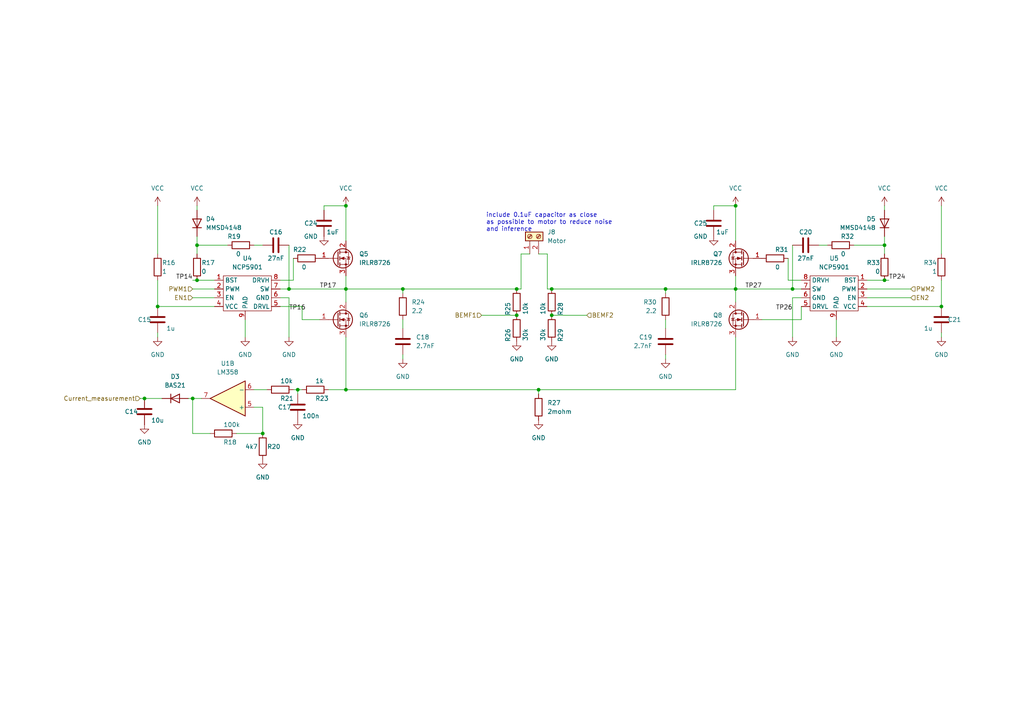
<source format=kicad_sch>
(kicad_sch (version 20211123) (generator eeschema)

  (uuid c784f77e-b1e4-4472-954a-f79e8dde56f4)

  (paper "A4")

  (lib_symbols
    (symbol "Amplifier_Operational:LM358" (pin_names (offset 0.127)) (in_bom yes) (on_board yes)
      (property "Reference" "U" (id 0) (at 0 5.08 0)
        (effects (font (size 1.27 1.27)) (justify left))
      )
      (property "Value" "LM358" (id 1) (at 0 -5.08 0)
        (effects (font (size 1.27 1.27)) (justify left))
      )
      (property "Footprint" "" (id 2) (at 0 0 0)
        (effects (font (size 1.27 1.27)) hide)
      )
      (property "Datasheet" "http://www.ti.com/lit/ds/symlink/lm2904-n.pdf" (id 3) (at 0 0 0)
        (effects (font (size 1.27 1.27)) hide)
      )
      (property "ki_locked" "" (id 4) (at 0 0 0)
        (effects (font (size 1.27 1.27)))
      )
      (property "ki_keywords" "dual opamp" (id 5) (at 0 0 0)
        (effects (font (size 1.27 1.27)) hide)
      )
      (property "ki_description" "Low-Power, Dual Operational Amplifiers, DIP-8/SOIC-8/TO-99-8" (id 6) (at 0 0 0)
        (effects (font (size 1.27 1.27)) hide)
      )
      (property "ki_fp_filters" "SOIC*3.9x4.9mm*P1.27mm* DIP*W7.62mm* TO*99* OnSemi*Micro8* TSSOP*3x3mm*P0.65mm* TSSOP*4.4x3mm*P0.65mm* MSOP*3x3mm*P0.65mm* SSOP*3.9x4.9mm*P0.635mm* LFCSP*2x2mm*P0.5mm* *SIP* SOIC*5.3x6.2mm*P1.27mm*" (id 7) (at 0 0 0)
        (effects (font (size 1.27 1.27)) hide)
      )
      (symbol "LM358_1_1"
        (polyline
          (pts
            (xy -5.08 5.08)
            (xy 5.08 0)
            (xy -5.08 -5.08)
            (xy -5.08 5.08)
          )
          (stroke (width 0.254) (type default) (color 0 0 0 0))
          (fill (type background))
        )
        (pin output line (at 7.62 0 180) (length 2.54)
          (name "~" (effects (font (size 1.27 1.27))))
          (number "1" (effects (font (size 1.27 1.27))))
        )
        (pin input line (at -7.62 -2.54 0) (length 2.54)
          (name "-" (effects (font (size 1.27 1.27))))
          (number "2" (effects (font (size 1.27 1.27))))
        )
        (pin input line (at -7.62 2.54 0) (length 2.54)
          (name "+" (effects (font (size 1.27 1.27))))
          (number "3" (effects (font (size 1.27 1.27))))
        )
      )
      (symbol "LM358_2_1"
        (polyline
          (pts
            (xy -5.08 5.08)
            (xy 5.08 0)
            (xy -5.08 -5.08)
            (xy -5.08 5.08)
          )
          (stroke (width 0.254) (type default) (color 0 0 0 0))
          (fill (type background))
        )
        (pin input line (at -7.62 2.54 0) (length 2.54)
          (name "+" (effects (font (size 1.27 1.27))))
          (number "5" (effects (font (size 1.27 1.27))))
        )
        (pin input line (at -7.62 -2.54 0) (length 2.54)
          (name "-" (effects (font (size 1.27 1.27))))
          (number "6" (effects (font (size 1.27 1.27))))
        )
        (pin output line (at 7.62 0 180) (length 2.54)
          (name "~" (effects (font (size 1.27 1.27))))
          (number "7" (effects (font (size 1.27 1.27))))
        )
      )
      (symbol "LM358_3_1"
        (pin power_in line (at -2.54 -7.62 90) (length 3.81)
          (name "V-" (effects (font (size 1.27 1.27))))
          (number "4" (effects (font (size 1.27 1.27))))
        )
        (pin power_in line (at -2.54 7.62 270) (length 3.81)
          (name "V+" (effects (font (size 1.27 1.27))))
          (number "8" (effects (font (size 1.27 1.27))))
        )
      )
    )
    (symbol "Connector:Screw_Terminal_01x02" (pin_names (offset 1.016) hide) (in_bom yes) (on_board yes)
      (property "Reference" "J" (id 0) (at 0 2.54 0)
        (effects (font (size 1.27 1.27)))
      )
      (property "Value" "Screw_Terminal_01x02" (id 1) (at 0 -5.08 0)
        (effects (font (size 1.27 1.27)))
      )
      (property "Footprint" "" (id 2) (at 0 0 0)
        (effects (font (size 1.27 1.27)) hide)
      )
      (property "Datasheet" "~" (id 3) (at 0 0 0)
        (effects (font (size 1.27 1.27)) hide)
      )
      (property "ki_keywords" "screw terminal" (id 4) (at 0 0 0)
        (effects (font (size 1.27 1.27)) hide)
      )
      (property "ki_description" "Generic screw terminal, single row, 01x02, script generated (kicad-library-utils/schlib/autogen/connector/)" (id 5) (at 0 0 0)
        (effects (font (size 1.27 1.27)) hide)
      )
      (property "ki_fp_filters" "TerminalBlock*:*" (id 6) (at 0 0 0)
        (effects (font (size 1.27 1.27)) hide)
      )
      (symbol "Screw_Terminal_01x02_1_1"
        (rectangle (start -1.27 1.27) (end 1.27 -3.81)
          (stroke (width 0.254) (type default) (color 0 0 0 0))
          (fill (type background))
        )
        (circle (center 0 -2.54) (radius 0.635)
          (stroke (width 0.1524) (type default) (color 0 0 0 0))
          (fill (type none))
        )
        (polyline
          (pts
            (xy -0.5334 -2.2098)
            (xy 0.3302 -3.048)
          )
          (stroke (width 0.1524) (type default) (color 0 0 0 0))
          (fill (type none))
        )
        (polyline
          (pts
            (xy -0.5334 0.3302)
            (xy 0.3302 -0.508)
          )
          (stroke (width 0.1524) (type default) (color 0 0 0 0))
          (fill (type none))
        )
        (polyline
          (pts
            (xy -0.3556 -2.032)
            (xy 0.508 -2.8702)
          )
          (stroke (width 0.1524) (type default) (color 0 0 0 0))
          (fill (type none))
        )
        (polyline
          (pts
            (xy -0.3556 0.508)
            (xy 0.508 -0.3302)
          )
          (stroke (width 0.1524) (type default) (color 0 0 0 0))
          (fill (type none))
        )
        (circle (center 0 0) (radius 0.635)
          (stroke (width 0.1524) (type default) (color 0 0 0 0))
          (fill (type none))
        )
        (pin passive line (at -5.08 0 0) (length 3.81)
          (name "Pin_1" (effects (font (size 1.27 1.27))))
          (number "1" (effects (font (size 1.27 1.27))))
        )
        (pin passive line (at -5.08 -2.54 0) (length 3.81)
          (name "Pin_2" (effects (font (size 1.27 1.27))))
          (number "2" (effects (font (size 1.27 1.27))))
        )
      )
    )
    (symbol "Device:C" (pin_numbers hide) (pin_names (offset 0.254)) (in_bom yes) (on_board yes)
      (property "Reference" "C" (id 0) (at 0.635 2.54 0)
        (effects (font (size 1.27 1.27)) (justify left))
      )
      (property "Value" "C" (id 1) (at 0.635 -2.54 0)
        (effects (font (size 1.27 1.27)) (justify left))
      )
      (property "Footprint" "" (id 2) (at 0.9652 -3.81 0)
        (effects (font (size 1.27 1.27)) hide)
      )
      (property "Datasheet" "~" (id 3) (at 0 0 0)
        (effects (font (size 1.27 1.27)) hide)
      )
      (property "ki_keywords" "cap capacitor" (id 4) (at 0 0 0)
        (effects (font (size 1.27 1.27)) hide)
      )
      (property "ki_description" "Unpolarized capacitor" (id 5) (at 0 0 0)
        (effects (font (size 1.27 1.27)) hide)
      )
      (property "ki_fp_filters" "C_*" (id 6) (at 0 0 0)
        (effects (font (size 1.27 1.27)) hide)
      )
      (symbol "C_0_1"
        (polyline
          (pts
            (xy -2.032 -0.762)
            (xy 2.032 -0.762)
          )
          (stroke (width 0.508) (type default) (color 0 0 0 0))
          (fill (type none))
        )
        (polyline
          (pts
            (xy -2.032 0.762)
            (xy 2.032 0.762)
          )
          (stroke (width 0.508) (type default) (color 0 0 0 0))
          (fill (type none))
        )
      )
      (symbol "C_1_1"
        (pin passive line (at 0 3.81 270) (length 2.794)
          (name "~" (effects (font (size 1.27 1.27))))
          (number "1" (effects (font (size 1.27 1.27))))
        )
        (pin passive line (at 0 -3.81 90) (length 2.794)
          (name "~" (effects (font (size 1.27 1.27))))
          (number "2" (effects (font (size 1.27 1.27))))
        )
      )
    )
    (symbol "Device:Q_NMOS_GDS" (pin_names (offset 0) hide) (in_bom yes) (on_board yes)
      (property "Reference" "Q" (id 0) (at 5.08 1.27 0)
        (effects (font (size 1.27 1.27)) (justify left))
      )
      (property "Value" "Q_NMOS_GDS" (id 1) (at 5.08 -1.27 0)
        (effects (font (size 1.27 1.27)) (justify left))
      )
      (property "Footprint" "" (id 2) (at 5.08 2.54 0)
        (effects (font (size 1.27 1.27)) hide)
      )
      (property "Datasheet" "~" (id 3) (at 0 0 0)
        (effects (font (size 1.27 1.27)) hide)
      )
      (property "ki_keywords" "transistor NMOS N-MOS N-MOSFET" (id 4) (at 0 0 0)
        (effects (font (size 1.27 1.27)) hide)
      )
      (property "ki_description" "N-MOSFET transistor, gate/drain/source" (id 5) (at 0 0 0)
        (effects (font (size 1.27 1.27)) hide)
      )
      (symbol "Q_NMOS_GDS_0_1"
        (polyline
          (pts
            (xy 0.254 0)
            (xy -2.54 0)
          )
          (stroke (width 0) (type default) (color 0 0 0 0))
          (fill (type none))
        )
        (polyline
          (pts
            (xy 0.254 1.905)
            (xy 0.254 -1.905)
          )
          (stroke (width 0.254) (type default) (color 0 0 0 0))
          (fill (type none))
        )
        (polyline
          (pts
            (xy 0.762 -1.27)
            (xy 0.762 -2.286)
          )
          (stroke (width 0.254) (type default) (color 0 0 0 0))
          (fill (type none))
        )
        (polyline
          (pts
            (xy 0.762 0.508)
            (xy 0.762 -0.508)
          )
          (stroke (width 0.254) (type default) (color 0 0 0 0))
          (fill (type none))
        )
        (polyline
          (pts
            (xy 0.762 2.286)
            (xy 0.762 1.27)
          )
          (stroke (width 0.254) (type default) (color 0 0 0 0))
          (fill (type none))
        )
        (polyline
          (pts
            (xy 2.54 2.54)
            (xy 2.54 1.778)
          )
          (stroke (width 0) (type default) (color 0 0 0 0))
          (fill (type none))
        )
        (polyline
          (pts
            (xy 2.54 -2.54)
            (xy 2.54 0)
            (xy 0.762 0)
          )
          (stroke (width 0) (type default) (color 0 0 0 0))
          (fill (type none))
        )
        (polyline
          (pts
            (xy 0.762 -1.778)
            (xy 3.302 -1.778)
            (xy 3.302 1.778)
            (xy 0.762 1.778)
          )
          (stroke (width 0) (type default) (color 0 0 0 0))
          (fill (type none))
        )
        (polyline
          (pts
            (xy 1.016 0)
            (xy 2.032 0.381)
            (xy 2.032 -0.381)
            (xy 1.016 0)
          )
          (stroke (width 0) (type default) (color 0 0 0 0))
          (fill (type outline))
        )
        (polyline
          (pts
            (xy 2.794 0.508)
            (xy 2.921 0.381)
            (xy 3.683 0.381)
            (xy 3.81 0.254)
          )
          (stroke (width 0) (type default) (color 0 0 0 0))
          (fill (type none))
        )
        (polyline
          (pts
            (xy 3.302 0.381)
            (xy 2.921 -0.254)
            (xy 3.683 -0.254)
            (xy 3.302 0.381)
          )
          (stroke (width 0) (type default) (color 0 0 0 0))
          (fill (type none))
        )
        (circle (center 1.651 0) (radius 2.794)
          (stroke (width 0.254) (type default) (color 0 0 0 0))
          (fill (type none))
        )
        (circle (center 2.54 -1.778) (radius 0.254)
          (stroke (width 0) (type default) (color 0 0 0 0))
          (fill (type outline))
        )
        (circle (center 2.54 1.778) (radius 0.254)
          (stroke (width 0) (type default) (color 0 0 0 0))
          (fill (type outline))
        )
      )
      (symbol "Q_NMOS_GDS_1_1"
        (pin input line (at -5.08 0 0) (length 2.54)
          (name "G" (effects (font (size 1.27 1.27))))
          (number "1" (effects (font (size 1.27 1.27))))
        )
        (pin passive line (at 2.54 5.08 270) (length 2.54)
          (name "D" (effects (font (size 1.27 1.27))))
          (number "2" (effects (font (size 1.27 1.27))))
        )
        (pin passive line (at 2.54 -5.08 90) (length 2.54)
          (name "S" (effects (font (size 1.27 1.27))))
          (number "3" (effects (font (size 1.27 1.27))))
        )
      )
    )
    (symbol "Device:R" (pin_numbers hide) (pin_names (offset 0)) (in_bom yes) (on_board yes)
      (property "Reference" "R" (id 0) (at 2.032 0 90)
        (effects (font (size 1.27 1.27)))
      )
      (property "Value" "R" (id 1) (at 0 0 90)
        (effects (font (size 1.27 1.27)))
      )
      (property "Footprint" "" (id 2) (at -1.778 0 90)
        (effects (font (size 1.27 1.27)) hide)
      )
      (property "Datasheet" "~" (id 3) (at 0 0 0)
        (effects (font (size 1.27 1.27)) hide)
      )
      (property "ki_keywords" "R res resistor" (id 4) (at 0 0 0)
        (effects (font (size 1.27 1.27)) hide)
      )
      (property "ki_description" "Resistor" (id 5) (at 0 0 0)
        (effects (font (size 1.27 1.27)) hide)
      )
      (property "ki_fp_filters" "R_*" (id 6) (at 0 0 0)
        (effects (font (size 1.27 1.27)) hide)
      )
      (symbol "R_0_1"
        (rectangle (start -1.016 -2.54) (end 1.016 2.54)
          (stroke (width 0.254) (type default) (color 0 0 0 0))
          (fill (type none))
        )
      )
      (symbol "R_1_1"
        (pin passive line (at 0 3.81 270) (length 1.27)
          (name "~" (effects (font (size 1.27 1.27))))
          (number "1" (effects (font (size 1.27 1.27))))
        )
        (pin passive line (at 0 -3.81 90) (length 1.27)
          (name "~" (effects (font (size 1.27 1.27))))
          (number "2" (effects (font (size 1.27 1.27))))
        )
      )
    )
    (symbol "Diode:BAS21" (pin_numbers hide) (pin_names hide) (in_bom yes) (on_board yes)
      (property "Reference" "D" (id 0) (at 0 2.54 0)
        (effects (font (size 1.27 1.27)))
      )
      (property "Value" "BAS21" (id 1) (at 0 -2.54 0)
        (effects (font (size 1.27 1.27)))
      )
      (property "Footprint" "Package_TO_SOT_SMD:SOT-23" (id 2) (at 0 -4.445 0)
        (effects (font (size 1.27 1.27)) hide)
      )
      (property "Datasheet" "https://www.diodes.com/assets/Datasheets/Ds12004.pdf" (id 3) (at 0 0 0)
        (effects (font (size 1.27 1.27)) hide)
      )
      (property "ki_keywords" "diode" (id 4) (at 0 0 0)
        (effects (font (size 1.27 1.27)) hide)
      )
      (property "ki_description" "250V, 0.4A, High-speed Switching Diode, SOT-23" (id 5) (at 0 0 0)
        (effects (font (size 1.27 1.27)) hide)
      )
      (property "ki_fp_filters" "SOT?23*" (id 6) (at 0 0 0)
        (effects (font (size 1.27 1.27)) hide)
      )
      (symbol "BAS21_0_1"
        (polyline
          (pts
            (xy -1.27 1.27)
            (xy -1.27 -1.27)
          )
          (stroke (width 0.254) (type default) (color 0 0 0 0))
          (fill (type none))
        )
        (polyline
          (pts
            (xy 1.27 0)
            (xy -1.27 0)
          )
          (stroke (width 0) (type default) (color 0 0 0 0))
          (fill (type none))
        )
        (polyline
          (pts
            (xy 1.27 1.27)
            (xy 1.27 -1.27)
            (xy -1.27 0)
            (xy 1.27 1.27)
          )
          (stroke (width 0.254) (type default) (color 0 0 0 0))
          (fill (type none))
        )
      )
      (symbol "BAS21_1_1"
        (pin passive line (at 3.81 0 180) (length 2.54)
          (name "A" (effects (font (size 1.27 1.27))))
          (number "1" (effects (font (size 1.27 1.27))))
        )
        (pin no_connect line (at -1.27 0 0) (length 2.54) hide
          (name "NC" (effects (font (size 1.27 1.27))))
          (number "2" (effects (font (size 1.27 1.27))))
        )
        (pin passive line (at -3.81 0 0) (length 2.54)
          (name "K" (effects (font (size 1.27 1.27))))
          (number "3" (effects (font (size 1.27 1.27))))
        )
      )
    )
    (symbol "Diode:MMSD4148" (pin_numbers hide) (pin_names (offset 1.016) hide) (in_bom yes) (on_board yes)
      (property "Reference" "D" (id 0) (at 0 2.54 0)
        (effects (font (size 1.27 1.27)))
      )
      (property "Value" "MMSD4148" (id 1) (at 0 -2.54 0)
        (effects (font (size 1.27 1.27)))
      )
      (property "Footprint" "Diode_SMD:D_SOD-123" (id 2) (at 0 -4.445 0)
        (effects (font (size 1.27 1.27)) hide)
      )
      (property "Datasheet" "https://www.onsemi.com/pub/Collateral/MMSD4148T1-D.PDF" (id 3) (at 0 0 0)
        (effects (font (size 1.27 1.27)) hide)
      )
      (property "ki_keywords" "diode" (id 4) (at 0 0 0)
        (effects (font (size 1.27 1.27)) hide)
      )
      (property "ki_description" "100V 200mA Switching Diode, SOD-123" (id 5) (at 0 0 0)
        (effects (font (size 1.27 1.27)) hide)
      )
      (property "ki_fp_filters" "D*SOD?123*" (id 6) (at 0 0 0)
        (effects (font (size 1.27 1.27)) hide)
      )
      (symbol "MMSD4148_0_1"
        (polyline
          (pts
            (xy -1.27 1.27)
            (xy -1.27 -1.27)
          )
          (stroke (width 0.254) (type default) (color 0 0 0 0))
          (fill (type none))
        )
        (polyline
          (pts
            (xy 1.27 0)
            (xy -1.27 0)
          )
          (stroke (width 0) (type default) (color 0 0 0 0))
          (fill (type none))
        )
        (polyline
          (pts
            (xy 1.27 1.27)
            (xy 1.27 -1.27)
            (xy -1.27 0)
            (xy 1.27 1.27)
          )
          (stroke (width 0.254) (type default) (color 0 0 0 0))
          (fill (type none))
        )
      )
      (symbol "MMSD4148_1_1"
        (pin passive line (at -3.81 0 0) (length 2.54)
          (name "K" (effects (font (size 1.27 1.27))))
          (number "1" (effects (font (size 1.27 1.27))))
        )
        (pin passive line (at 3.81 0 180) (length 2.54)
          (name "A" (effects (font (size 1.27 1.27))))
          (number "2" (effects (font (size 1.27 1.27))))
        )
      )
    )
    (symbol "NCP5901_1" (in_bom yes) (on_board yes)
      (property "Reference" "U?" (id 0) (at 0 2.54 0)
        (effects (font (size 1.27 1.27)))
      )
      (property "Value" "NCP5901_1" (id 1) (at 1.27 5.08 0)
        (effects (font (size 1.27 1.27)))
      )
      (property "Footprint" "" (id 2) (at -1.27 10.16 0)
        (effects (font (size 1.27 1.27)) hide)
      )
      (property "Datasheet" "" (id 3) (at -1.27 10.16 0)
        (effects (font (size 1.27 1.27)) hide)
      )
      (symbol "NCP5901_1_0_1"
        (rectangle (start -6.35 3.81) (end 7.62 -6.35)
          (stroke (width 0) (type default) (color 0 0 0 0))
          (fill (type none))
        )
      )
      (symbol "NCP5901_1_1_1"
        (pin input line (at -8.89 2.54 0) (length 2.54)
          (name "BST" (effects (font (size 1.27 1.27))))
          (number "1" (effects (font (size 1.27 1.27))))
        )
        (pin input line (at -8.89 0 0) (length 2.54)
          (name "PWM" (effects (font (size 1.27 1.27))))
          (number "2" (effects (font (size 1.27 1.27))))
        )
        (pin input line (at -8.89 -2.54 0) (length 2.54)
          (name "EN" (effects (font (size 1.27 1.27))))
          (number "3" (effects (font (size 1.27 1.27))))
        )
        (pin input line (at -8.89 -5.08 0) (length 2.54)
          (name "VCC" (effects (font (size 1.27 1.27))))
          (number "4" (effects (font (size 1.27 1.27))))
        )
        (pin input line (at 10.16 -5.08 180) (length 2.54)
          (name "DRVL" (effects (font (size 1.27 1.27))))
          (number "5" (effects (font (size 1.27 1.27))))
        )
        (pin input line (at 10.16 -2.54 180) (length 2.54)
          (name "GND" (effects (font (size 1.27 1.27))))
          (number "6" (effects (font (size 1.27 1.27))))
        )
        (pin input line (at 10.16 0 180) (length 2.54)
          (name "SW" (effects (font (size 1.27 1.27))))
          (number "7" (effects (font (size 1.27 1.27))))
        )
        (pin input line (at 10.16 2.54 180) (length 2.54)
          (name "DRVH" (effects (font (size 1.27 1.27))))
          (number "8" (effects (font (size 1.27 1.27))))
        )
        (pin input line (at 0 -8.89 90) (length 2.54)
          (name "PAD" (effects (font (size 1.27 1.27))))
          (number "9" (effects (font (size 1.27 1.27))))
        )
      )
    )
    (symbol "power:GND" (power) (pin_names (offset 0)) (in_bom yes) (on_board yes)
      (property "Reference" "#PWR" (id 0) (at 0 -6.35 0)
        (effects (font (size 1.27 1.27)) hide)
      )
      (property "Value" "GND" (id 1) (at 0 -3.81 0)
        (effects (font (size 1.27 1.27)))
      )
      (property "Footprint" "" (id 2) (at 0 0 0)
        (effects (font (size 1.27 1.27)) hide)
      )
      (property "Datasheet" "" (id 3) (at 0 0 0)
        (effects (font (size 1.27 1.27)) hide)
      )
      (property "ki_keywords" "power-flag" (id 4) (at 0 0 0)
        (effects (font (size 1.27 1.27)) hide)
      )
      (property "ki_description" "Power symbol creates a global label with name \"GND\" , ground" (id 5) (at 0 0 0)
        (effects (font (size 1.27 1.27)) hide)
      )
      (symbol "GND_0_1"
        (polyline
          (pts
            (xy 0 0)
            (xy 0 -1.27)
            (xy 1.27 -1.27)
            (xy 0 -2.54)
            (xy -1.27 -1.27)
            (xy 0 -1.27)
          )
          (stroke (width 0) (type default) (color 0 0 0 0))
          (fill (type none))
        )
      )
      (symbol "GND_1_1"
        (pin power_in line (at 0 0 270) (length 0) hide
          (name "GND" (effects (font (size 1.27 1.27))))
          (number "1" (effects (font (size 1.27 1.27))))
        )
      )
    )
    (symbol "power:VCC" (power) (pin_names (offset 0)) (in_bom yes) (on_board yes)
      (property "Reference" "#PWR" (id 0) (at 0 -3.81 0)
        (effects (font (size 1.27 1.27)) hide)
      )
      (property "Value" "VCC" (id 1) (at 0 3.81 0)
        (effects (font (size 1.27 1.27)))
      )
      (property "Footprint" "" (id 2) (at 0 0 0)
        (effects (font (size 1.27 1.27)) hide)
      )
      (property "Datasheet" "" (id 3) (at 0 0 0)
        (effects (font (size 1.27 1.27)) hide)
      )
      (property "ki_keywords" "power-flag" (id 4) (at 0 0 0)
        (effects (font (size 1.27 1.27)) hide)
      )
      (property "ki_description" "Power symbol creates a global label with name \"VCC\"" (id 5) (at 0 0 0)
        (effects (font (size 1.27 1.27)) hide)
      )
      (symbol "VCC_0_1"
        (polyline
          (pts
            (xy -0.762 1.27)
            (xy 0 2.54)
          )
          (stroke (width 0) (type default) (color 0 0 0 0))
          (fill (type none))
        )
        (polyline
          (pts
            (xy 0 0)
            (xy 0 2.54)
          )
          (stroke (width 0) (type default) (color 0 0 0 0))
          (fill (type none))
        )
        (polyline
          (pts
            (xy 0 2.54)
            (xy 0.762 1.27)
          )
          (stroke (width 0) (type default) (color 0 0 0 0))
          (fill (type none))
        )
      )
      (symbol "VCC_1_1"
        (pin power_in line (at 0 0 90) (length 0) hide
          (name "VCC" (effects (font (size 1.27 1.27))))
          (number "1" (effects (font (size 1.27 1.27))))
        )
      )
    )
  )

  (junction (at 160.02 83.82) (diameter 0) (color 0 0 0 0)
    (uuid 006358dd-e992-4dfe-90a6-5b4d10d76cf8)
  )
  (junction (at 256.54 81.28) (diameter 0) (color 0 0 0 0)
    (uuid 17f6899d-9e16-488f-b9a0-fd0ceb31f2d0)
  )
  (junction (at 116.84 83.82) (diameter 0) (color 0 0 0 0)
    (uuid 1c4de510-50e0-43f8-88c2-2ad9148f7541)
  )
  (junction (at 100.33 113.03) (diameter 0) (color 0 0 0 0)
    (uuid 32c9123a-0bd9-4b66-86c9-840a5307c077)
  )
  (junction (at 55.88 115.57) (diameter 0) (color 0 0 0 0)
    (uuid 3b4f05b2-eee7-4955-a580-0aec70b43bf3)
  )
  (junction (at 57.15 81.28) (diameter 0) (color 0 0 0 0)
    (uuid 524640b1-28ba-4429-ade5-759d3d12e04b)
  )
  (junction (at 57.15 71.12) (diameter 0) (color 0 0 0 0)
    (uuid 59b91578-41f9-44a3-ab08-3def73cf470c)
  )
  (junction (at 149.86 91.44) (diameter 0) (color 0 0 0 0)
    (uuid 6e5fb214-2f1b-4fa4-818b-e6dd640b0eb2)
  )
  (junction (at 273.05 88.9) (diameter 0) (color 0 0 0 0)
    (uuid 8001fe5e-4ebb-4235-9444-4e92ab6801ed)
  )
  (junction (at 193.04 83.82) (diameter 0) (color 0 0 0 0)
    (uuid 87fbdbc5-04ff-4475-8c3a-3bdff51336b2)
  )
  (junction (at 100.33 83.82) (diameter 0) (color 0 0 0 0)
    (uuid 8baf843d-63e9-4f1e-9ff4-591520c15497)
  )
  (junction (at 229.87 83.82) (diameter 0) (color 0 0 0 0)
    (uuid 9a436a26-e946-4ed6-9f33-8776f8e2734d)
  )
  (junction (at 156.21 113.03) (diameter 0) (color 0 0 0 0)
    (uuid a5ba6259-d368-4dff-b1a3-1f5bce16068b)
  )
  (junction (at 76.2 125.73) (diameter 0) (color 0 0 0 0)
    (uuid a97afe49-f99e-4e86-8a01-777d235a5558)
  )
  (junction (at 45.72 88.9) (diameter 0) (color 0 0 0 0)
    (uuid ab4b42e1-8c26-41e0-912e-9637501cc157)
  )
  (junction (at 160.02 91.44) (diameter 0) (color 0 0 0 0)
    (uuid bcf6a9aa-a9b9-4c9e-ac53-b5e9db30c44d)
  )
  (junction (at 100.33 59.69) (diameter 0) (color 0 0 0 0)
    (uuid c731ef0f-1a3f-4330-9de4-171c23da28ef)
  )
  (junction (at 83.82 83.82) (diameter 0) (color 0 0 0 0)
    (uuid cc2efd2b-fa17-4b3e-8b4d-c92b3e6cbc84)
  )
  (junction (at 256.54 71.12) (diameter 0) (color 0 0 0 0)
    (uuid d2a4bad0-e400-4935-986e-176a8a62fa3a)
  )
  (junction (at 213.36 59.69) (diameter 0) (color 0 0 0 0)
    (uuid d4fd104b-0ad1-4a34-8982-6102f3dc4c3f)
  )
  (junction (at 149.86 83.82) (diameter 0) (color 0 0 0 0)
    (uuid d6cb4775-a15a-4237-8894-e8bc9e6e30bc)
  )
  (junction (at 41.91 115.57) (diameter 0) (color 0 0 0 0)
    (uuid ed79ea3f-f691-4c6d-a71b-6a80fbc88364)
  )
  (junction (at 213.36 83.82) (diameter 0) (color 0 0 0 0)
    (uuid f2498e2a-5053-4648-b131-a4e9b6d0ca8d)
  )
  (junction (at 86.36 113.03) (diameter 0) (color 0 0 0 0)
    (uuid ffced639-e51d-4daa-a245-8649bbe762a0)
  )

  (wire (pts (xy 207.01 59.69) (xy 207.01 60.96))
    (stroke (width 0) (type default) (color 0 0 0 0))
    (uuid 0200f769-0e20-49ce-9a54-c8f6445ff072)
  )
  (wire (pts (xy 256.54 71.12) (xy 256.54 73.66))
    (stroke (width 0) (type default) (color 0 0 0 0))
    (uuid 0240a5a2-ada2-47c7-80c3-3de3389e74fb)
  )
  (wire (pts (xy 256.54 68.58) (xy 256.54 71.12))
    (stroke (width 0) (type default) (color 0 0 0 0))
    (uuid 04c54fdb-2e4f-4fba-b03d-53953ab07b2b)
  )
  (wire (pts (xy 55.88 115.57) (xy 58.42 115.57))
    (stroke (width 0) (type default) (color 0 0 0 0))
    (uuid 079bfbc4-f1be-4d62-b1bf-792225ea6323)
  )
  (wire (pts (xy 95.25 113.03) (xy 100.33 113.03))
    (stroke (width 0) (type default) (color 0 0 0 0))
    (uuid 0ec42b3c-8a73-4a08-abcb-cea06806cf29)
  )
  (wire (pts (xy 228.6 81.28) (xy 228.6 74.93))
    (stroke (width 0) (type default) (color 0 0 0 0))
    (uuid 10ccd1f6-8ac0-41a6-beb0-93a566f4e739)
  )
  (wire (pts (xy 57.15 68.58) (xy 57.15 71.12))
    (stroke (width 0) (type default) (color 0 0 0 0))
    (uuid 110c820f-3747-4c55-a07a-a4acf5c96bbb)
  )
  (wire (pts (xy 232.41 81.28) (xy 228.6 81.28))
    (stroke (width 0) (type default) (color 0 0 0 0))
    (uuid 13b00e06-7c71-46e6-a646-8ba7c9530975)
  )
  (wire (pts (xy 45.72 96.52) (xy 45.72 97.79))
    (stroke (width 0) (type default) (color 0 0 0 0))
    (uuid 1510c49e-1cc2-4f9d-ac79-8d98caba7709)
  )
  (wire (pts (xy 81.28 86.36) (xy 83.82 86.36))
    (stroke (width 0) (type default) (color 0 0 0 0))
    (uuid 15653465-428c-4c66-ade5-675275e8c42e)
  )
  (wire (pts (xy 193.04 92.71) (xy 193.04 95.25))
    (stroke (width 0) (type default) (color 0 0 0 0))
    (uuid 1800c544-b5a3-4d4a-bd98-952c64ed60a8)
  )
  (wire (pts (xy 251.46 88.9) (xy 273.05 88.9))
    (stroke (width 0) (type default) (color 0 0 0 0))
    (uuid 1b7d5283-28d9-429e-86d1-2d9fd2748f78)
  )
  (wire (pts (xy 81.28 81.28) (xy 85.09 81.28))
    (stroke (width 0) (type default) (color 0 0 0 0))
    (uuid 1f305ee1-9810-48a2-9347-c57f7982b2cd)
  )
  (wire (pts (xy 86.36 113.03) (xy 86.36 114.3))
    (stroke (width 0) (type default) (color 0 0 0 0))
    (uuid 20421e7b-78af-44ac-87da-ba0412fd2d2e)
  )
  (wire (pts (xy 160.02 83.82) (xy 193.04 83.82))
    (stroke (width 0) (type default) (color 0 0 0 0))
    (uuid 31b2d1d6-e8c7-44dd-857e-504285ec6b72)
  )
  (wire (pts (xy 55.88 81.28) (xy 57.15 81.28))
    (stroke (width 0) (type default) (color 0 0 0 0))
    (uuid 34f76bcf-cffe-40a6-ac52-9bfce07b262f)
  )
  (wire (pts (xy 100.33 113.03) (xy 156.21 113.03))
    (stroke (width 0) (type default) (color 0 0 0 0))
    (uuid 35ef5648-5e8e-49db-96a9-d5dcba2b1d26)
  )
  (wire (pts (xy 54.61 115.57) (xy 55.88 115.57))
    (stroke (width 0) (type default) (color 0 0 0 0))
    (uuid 372f3a07-0e68-4a86-b63c-92fb962b6916)
  )
  (wire (pts (xy 45.72 88.9) (xy 62.23 88.9))
    (stroke (width 0) (type default) (color 0 0 0 0))
    (uuid 378fbd4b-252c-4760-99de-2cac0a87d618)
  )
  (wire (pts (xy 247.65 71.12) (xy 256.54 71.12))
    (stroke (width 0) (type default) (color 0 0 0 0))
    (uuid 3c0485eb-a3b7-416a-9f3c-041031aa10cf)
  )
  (wire (pts (xy 149.86 83.82) (xy 151.13 83.82))
    (stroke (width 0) (type default) (color 0 0 0 0))
    (uuid 3c7a2a13-620b-403f-8c3f-f5338ee603ee)
  )
  (wire (pts (xy 193.04 83.82) (xy 213.36 83.82))
    (stroke (width 0) (type default) (color 0 0 0 0))
    (uuid 3d23c9fd-8777-4115-af7a-609998d36a42)
  )
  (wire (pts (xy 87.63 113.03) (xy 86.36 113.03))
    (stroke (width 0) (type default) (color 0 0 0 0))
    (uuid 47dd8542-7f76-4c4c-9b5e-cdea80770a0a)
  )
  (wire (pts (xy 193.04 83.82) (xy 193.04 85.09))
    (stroke (width 0) (type default) (color 0 0 0 0))
    (uuid 49b57f8b-d6e8-4b6d-9b88-8e2b8ef87272)
  )
  (wire (pts (xy 81.28 83.82) (xy 83.82 83.82))
    (stroke (width 0) (type default) (color 0 0 0 0))
    (uuid 4c1f591e-2600-4622-a426-3333785c5e52)
  )
  (wire (pts (xy 273.05 88.9) (xy 273.05 81.28))
    (stroke (width 0) (type default) (color 0 0 0 0))
    (uuid 4e626267-1062-4b46-9e99-abbcf948a5cc)
  )
  (wire (pts (xy 55.88 125.73) (xy 55.88 115.57))
    (stroke (width 0) (type default) (color 0 0 0 0))
    (uuid 4ec7de18-1a0b-4bb3-9d1b-3769365a54c5)
  )
  (wire (pts (xy 57.15 71.12) (xy 57.15 73.66))
    (stroke (width 0) (type default) (color 0 0 0 0))
    (uuid 4ff54238-642e-4c71-86bc-d2bc45033a05)
  )
  (wire (pts (xy 139.7 91.44) (xy 149.86 91.44))
    (stroke (width 0) (type default) (color 0 0 0 0))
    (uuid 5294c4da-6ee5-4c64-a731-000dd23ad1d3)
  )
  (wire (pts (xy 100.33 80.01) (xy 100.33 83.82))
    (stroke (width 0) (type default) (color 0 0 0 0))
    (uuid 54cb6118-fbd9-47c8-9cf0-b65d6b1790a6)
  )
  (wire (pts (xy 68.58 125.73) (xy 76.2 125.73))
    (stroke (width 0) (type default) (color 0 0 0 0))
    (uuid 56ebf3fa-08d8-426b-9033-7d5fb9a0cae1)
  )
  (wire (pts (xy 257.81 81.28) (xy 256.54 81.28))
    (stroke (width 0) (type default) (color 0 0 0 0))
    (uuid 58110645-1eae-454b-8e0a-fb6ba118ce10)
  )
  (wire (pts (xy 242.57 97.79) (xy 242.57 92.71))
    (stroke (width 0) (type default) (color 0 0 0 0))
    (uuid 59d8992c-71f3-4d96-a665-43f8d7d91dab)
  )
  (wire (pts (xy 151.13 73.66) (xy 151.13 83.82))
    (stroke (width 0) (type default) (color 0 0 0 0))
    (uuid 5acc0a5e-94f4-474c-83fd-6ba1b3d27db1)
  )
  (wire (pts (xy 66.04 71.12) (xy 57.15 71.12))
    (stroke (width 0) (type default) (color 0 0 0 0))
    (uuid 5b74c407-2ae3-495b-b1aa-47f6b0743ffd)
  )
  (wire (pts (xy 160.02 83.82) (xy 158.75 83.82))
    (stroke (width 0) (type default) (color 0 0 0 0))
    (uuid 5f1e4c8a-ee7e-4c03-b9a5-f0a9ee312ed8)
  )
  (wire (pts (xy 71.12 97.79) (xy 71.12 92.71))
    (stroke (width 0) (type default) (color 0 0 0 0))
    (uuid 6242a6ab-8601-468a-8353-2e1b3aa6d45e)
  )
  (wire (pts (xy 213.36 83.82) (xy 229.87 83.82))
    (stroke (width 0) (type default) (color 0 0 0 0))
    (uuid 636e6626-d111-46e5-9b64-e6fe9dda09f5)
  )
  (wire (pts (xy 213.36 80.01) (xy 213.36 83.82))
    (stroke (width 0) (type default) (color 0 0 0 0))
    (uuid 66fd9cd3-0460-4efe-b08d-b5d9e751c82f)
  )
  (wire (pts (xy 100.33 83.82) (xy 100.33 87.63))
    (stroke (width 0) (type default) (color 0 0 0 0))
    (uuid 67d0297b-c283-4163-92ec-62f90c122522)
  )
  (wire (pts (xy 55.88 125.73) (xy 60.96 125.73))
    (stroke (width 0) (type default) (color 0 0 0 0))
    (uuid 6db80c70-0cd1-4b05-96b3-b978167a2cc8)
  )
  (wire (pts (xy 229.87 83.82) (xy 229.87 71.12))
    (stroke (width 0) (type default) (color 0 0 0 0))
    (uuid 6dd61225-756e-4681-8417-30a7103d7f3e)
  )
  (wire (pts (xy 116.84 83.82) (xy 149.86 83.82))
    (stroke (width 0) (type default) (color 0 0 0 0))
    (uuid 71c09d45-1ed7-483f-920b-e0302452dd61)
  )
  (wire (pts (xy 116.84 92.71) (xy 116.84 95.25))
    (stroke (width 0) (type default) (color 0 0 0 0))
    (uuid 73db863f-9c96-47bc-8253-9a769052b1d1)
  )
  (wire (pts (xy 57.15 81.28) (xy 62.23 81.28))
    (stroke (width 0) (type default) (color 0 0 0 0))
    (uuid 77312ee0-182c-4aa4-b6e0-757bac371ed0)
  )
  (wire (pts (xy 158.75 73.66) (xy 156.21 73.66))
    (stroke (width 0) (type default) (color 0 0 0 0))
    (uuid 78bc64e5-eaf3-4988-8e18-66c2fac43f33)
  )
  (wire (pts (xy 273.05 59.69) (xy 273.05 73.66))
    (stroke (width 0) (type default) (color 0 0 0 0))
    (uuid 7aefa2de-c0e0-4aef-8e5a-25772ca1aa0e)
  )
  (wire (pts (xy 100.33 59.69) (xy 93.98 59.69))
    (stroke (width 0) (type default) (color 0 0 0 0))
    (uuid 7b6683ab-2449-4e07-ad92-67368f0a49dc)
  )
  (wire (pts (xy 251.46 86.36) (xy 264.16 86.36))
    (stroke (width 0) (type default) (color 0 0 0 0))
    (uuid 7b9a2a5b-918d-4c4d-9a0e-835c3a44a218)
  )
  (wire (pts (xy 62.23 86.36) (xy 55.88 86.36))
    (stroke (width 0) (type default) (color 0 0 0 0))
    (uuid 80f763d5-187a-43d4-ba5c-5467892de877)
  )
  (wire (pts (xy 156.21 113.03) (xy 213.36 113.03))
    (stroke (width 0) (type default) (color 0 0 0 0))
    (uuid 857aa734-05a2-472e-a581-64449e9f85bd)
  )
  (wire (pts (xy 83.82 86.36) (xy 83.82 97.79))
    (stroke (width 0) (type default) (color 0 0 0 0))
    (uuid 87e9e851-bf5b-488c-aec2-79c6411bc75b)
  )
  (wire (pts (xy 45.72 81.28) (xy 45.72 88.9))
    (stroke (width 0) (type default) (color 0 0 0 0))
    (uuid 91166533-7e63-4b08-8a28-beb352a507d3)
  )
  (wire (pts (xy 170.18 91.44) (xy 160.02 91.44))
    (stroke (width 0) (type default) (color 0 0 0 0))
    (uuid 9154305a-9d10-435e-bf37-94fa9f038734)
  )
  (wire (pts (xy 87.63 88.9) (xy 87.63 92.71))
    (stroke (width 0) (type default) (color 0 0 0 0))
    (uuid 95558b2a-05af-4f83-9256-c79ee2e9dc06)
  )
  (wire (pts (xy 76.2 118.11) (xy 76.2 125.73))
    (stroke (width 0) (type default) (color 0 0 0 0))
    (uuid 9a2762af-05f6-4f34-99fe-19968b0434d8)
  )
  (wire (pts (xy 93.98 59.69) (xy 93.98 60.96))
    (stroke (width 0) (type default) (color 0 0 0 0))
    (uuid 9b5c8397-0a15-4866-89cc-fdb3b8a7b344)
  )
  (wire (pts (xy 232.41 86.36) (xy 229.87 86.36))
    (stroke (width 0) (type default) (color 0 0 0 0))
    (uuid 9e9d6be3-3df6-417c-944f-63a96fcd995d)
  )
  (wire (pts (xy 100.33 59.69) (xy 100.33 69.85))
    (stroke (width 0) (type default) (color 0 0 0 0))
    (uuid a3e588e1-1b18-4300-82da-ec87b0c38103)
  )
  (wire (pts (xy 73.66 113.03) (xy 77.47 113.03))
    (stroke (width 0) (type default) (color 0 0 0 0))
    (uuid a5de804c-2241-4c1e-aa65-667a14eecf8b)
  )
  (wire (pts (xy 229.87 86.36) (xy 229.87 97.79))
    (stroke (width 0) (type default) (color 0 0 0 0))
    (uuid a9c9527b-6fa3-4dba-90d2-0f6ffcafe21d)
  )
  (wire (pts (xy 158.75 73.66) (xy 158.75 83.82))
    (stroke (width 0) (type default) (color 0 0 0 0))
    (uuid b13797aa-152b-40e2-8858-c801674d0fac)
  )
  (wire (pts (xy 116.84 102.87) (xy 116.84 104.14))
    (stroke (width 0) (type default) (color 0 0 0 0))
    (uuid ba4ed7de-43f0-4e36-b964-f5603e414e59)
  )
  (wire (pts (xy 40.64 115.57) (xy 41.91 115.57))
    (stroke (width 0) (type default) (color 0 0 0 0))
    (uuid babcc1db-01c0-4ea1-a3cf-e2aa6ce4f8c5)
  )
  (wire (pts (xy 256.54 59.69) (xy 256.54 60.96))
    (stroke (width 0) (type default) (color 0 0 0 0))
    (uuid bbc5e9a4-a9cb-4818-b298-6c7a605ea8a0)
  )
  (wire (pts (xy 41.91 115.57) (xy 46.99 115.57))
    (stroke (width 0) (type default) (color 0 0 0 0))
    (uuid c25a5d23-2b01-40ee-ba75-f0df74bba794)
  )
  (wire (pts (xy 151.13 73.66) (xy 153.67 73.66))
    (stroke (width 0) (type default) (color 0 0 0 0))
    (uuid ca5f0bb3-e7ea-4a81-8e81-affc2e265429)
  )
  (wire (pts (xy 232.41 88.9) (xy 232.41 92.71))
    (stroke (width 0) (type default) (color 0 0 0 0))
    (uuid ce54a4cd-9a73-4b5c-a88a-32fca5599f73)
  )
  (wire (pts (xy 83.82 83.82) (xy 83.82 71.12))
    (stroke (width 0) (type default) (color 0 0 0 0))
    (uuid d11d6a57-27d4-4b28-8de6-e2c186f7f39c)
  )
  (wire (pts (xy 156.21 114.3) (xy 156.21 113.03))
    (stroke (width 0) (type default) (color 0 0 0 0))
    (uuid d13726be-cda6-49ba-964d-fb5014fd4861)
  )
  (wire (pts (xy 273.05 96.52) (xy 273.05 97.79))
    (stroke (width 0) (type default) (color 0 0 0 0))
    (uuid d1acda22-97e0-48af-86f8-3d559ca7a766)
  )
  (wire (pts (xy 256.54 81.28) (xy 251.46 81.28))
    (stroke (width 0) (type default) (color 0 0 0 0))
    (uuid d20bad2c-ea27-4845-ba34-a92af0d1964c)
  )
  (wire (pts (xy 232.41 83.82) (xy 229.87 83.82))
    (stroke (width 0) (type default) (color 0 0 0 0))
    (uuid d418bdf4-7773-40e2-afa9-225011133d9b)
  )
  (wire (pts (xy 213.36 97.79) (xy 213.36 113.03))
    (stroke (width 0) (type default) (color 0 0 0 0))
    (uuid d57e8702-ef87-4af2-8ec1-0f048e45c5b6)
  )
  (wire (pts (xy 57.15 59.69) (xy 57.15 60.96))
    (stroke (width 0) (type default) (color 0 0 0 0))
    (uuid d6741a2e-47aa-48e3-bc86-8115c2caf151)
  )
  (wire (pts (xy 213.36 59.69) (xy 213.36 69.85))
    (stroke (width 0) (type default) (color 0 0 0 0))
    (uuid d6e0c1c5-0b1a-4c4c-88ca-fbea5b56ec6e)
  )
  (wire (pts (xy 251.46 83.82) (xy 264.16 83.82))
    (stroke (width 0) (type default) (color 0 0 0 0))
    (uuid d7aa6d31-38c0-42f8-beaa-3e39eaf5c3ce)
  )
  (wire (pts (xy 73.66 118.11) (xy 76.2 118.11))
    (stroke (width 0) (type default) (color 0 0 0 0))
    (uuid d8264c28-7a8d-407a-85c0-b438895e7d68)
  )
  (wire (pts (xy 85.09 81.28) (xy 85.09 74.93))
    (stroke (width 0) (type default) (color 0 0 0 0))
    (uuid dd765ab3-8e6e-4c77-ba84-dbb4cfc0ab0e)
  )
  (wire (pts (xy 240.03 71.12) (xy 237.49 71.12))
    (stroke (width 0) (type default) (color 0 0 0 0))
    (uuid e12c4f43-a6fc-4596-911f-086213891129)
  )
  (wire (pts (xy 81.28 88.9) (xy 87.63 88.9))
    (stroke (width 0) (type default) (color 0 0 0 0))
    (uuid e325fc34-d97d-40fe-8d42-d5140d8c29cd)
  )
  (wire (pts (xy 116.84 83.82) (xy 116.84 85.09))
    (stroke (width 0) (type default) (color 0 0 0 0))
    (uuid e887608d-fccc-4a45-9841-449f152888d5)
  )
  (wire (pts (xy 83.82 83.82) (xy 100.33 83.82))
    (stroke (width 0) (type default) (color 0 0 0 0))
    (uuid e8e102b1-3c40-4fdb-81aa-5f3c3cf48d69)
  )
  (wire (pts (xy 213.36 83.82) (xy 213.36 87.63))
    (stroke (width 0) (type default) (color 0 0 0 0))
    (uuid ea35e736-7509-45c7-993b-a2d7df5a5608)
  )
  (wire (pts (xy 73.66 71.12) (xy 76.2 71.12))
    (stroke (width 0) (type default) (color 0 0 0 0))
    (uuid ee850912-8a97-45ce-822d-2dd15c041bcd)
  )
  (wire (pts (xy 100.33 83.82) (xy 116.84 83.82))
    (stroke (width 0) (type default) (color 0 0 0 0))
    (uuid eee41605-41e2-4cd1-bd9e-ef5a81eef00e)
  )
  (wire (pts (xy 45.72 59.69) (xy 45.72 73.66))
    (stroke (width 0) (type default) (color 0 0 0 0))
    (uuid ef77b44e-45e6-4dd4-ac93-898b9c20b7f6)
  )
  (wire (pts (xy 62.23 83.82) (xy 55.88 83.82))
    (stroke (width 0) (type default) (color 0 0 0 0))
    (uuid f1d19273-8021-413c-bbb8-0ca799ce1467)
  )
  (wire (pts (xy 85.09 113.03) (xy 86.36 113.03))
    (stroke (width 0) (type default) (color 0 0 0 0))
    (uuid f378ccba-9da3-4daa-be6b-e47f2d21a415)
  )
  (wire (pts (xy 193.04 102.87) (xy 193.04 104.14))
    (stroke (width 0) (type default) (color 0 0 0 0))
    (uuid f58b2322-5bbf-4698-bbfa-d4332d21592c)
  )
  (wire (pts (xy 213.36 59.69) (xy 207.01 59.69))
    (stroke (width 0) (type default) (color 0 0 0 0))
    (uuid fa0fe123-66ca-4c85-b0ab-2780c9e200c9)
  )
  (wire (pts (xy 220.98 92.71) (xy 232.41 92.71))
    (stroke (width 0) (type default) (color 0 0 0 0))
    (uuid fb1e1e63-9742-49f8-b1b2-cf1aced2c503)
  )
  (wire (pts (xy 87.63 92.71) (xy 92.71 92.71))
    (stroke (width 0) (type default) (color 0 0 0 0))
    (uuid fe6add99-3774-430c-8988-99a70c1354c1)
  )
  (wire (pts (xy 100.33 97.79) (xy 100.33 113.03))
    (stroke (width 0) (type default) (color 0 0 0 0))
    (uuid ff97c671-4fc7-4869-a2b5-7dde89a9907f)
  )

  (text "include 0.1uF capacitor as close \nas possible to motor to reduce noise\nand inference"
    (at 140.97 67.31 0)
    (effects (font (size 1.27 1.27)) (justify left bottom))
    (uuid a029f482-d5b9-48e3-8680-3a9f4f7cfab7)
  )

  (label "TP27" (at 220.98 83.82 180)
    (effects (font (size 1.27 1.27)) (justify right bottom))
    (uuid 28195b2b-bccc-4c1b-a233-532813d09f29)
  )
  (label "TP24" (at 257.81 81.28 0)
    (effects (font (size 1.27 1.27)) (justify left bottom))
    (uuid 7e147d38-24dc-4430-b440-e92d0e7ef497)
  )
  (label "TP14" (at 55.88 81.28 180)
    (effects (font (size 1.27 1.27)) (justify right bottom))
    (uuid 81854fef-2610-457a-a4ac-77bca28cfa71)
  )
  (label "TP17" (at 92.71 83.82 0)
    (effects (font (size 1.27 1.27)) (justify left bottom))
    (uuid 9074c6e8-3af1-4068-adb5-f3d8c9c2e80c)
  )
  (label "TP16" (at 83.82 90.17 0)
    (effects (font (size 1.27 1.27)) (justify left bottom))
    (uuid a995a635-7196-4b31-a704-2ec661911bde)
  )
  (label "TP26" (at 229.87 90.17 180)
    (effects (font (size 1.27 1.27)) (justify right bottom))
    (uuid b8a88979-5a14-4f29-9c7d-f5ffae856252)
  )

  (hierarchical_label "PWM2" (shape input) (at 264.16 83.82 0)
    (effects (font (size 1.27 1.27)) (justify left))
    (uuid 16d5e3eb-4243-429e-a891-826c2ce511ed)
  )
  (hierarchical_label "PWM1" (shape input) (at 55.88 83.82 180)
    (effects (font (size 1.27 1.27)) (justify right))
    (uuid 415e2ed3-774d-48e2-bb2f-49aa55c07ab1)
  )
  (hierarchical_label "EN1" (shape input) (at 55.88 86.36 180)
    (effects (font (size 1.27 1.27)) (justify right))
    (uuid 48dac03f-9087-4c25-af4b-3a5ae02cb682)
  )
  (hierarchical_label "BEMF1" (shape input) (at 139.7 91.44 180)
    (effects (font (size 1.27 1.27)) (justify right))
    (uuid 50be31ea-2c8d-4e04-8df5-f34bb2411f5a)
  )
  (hierarchical_label "Current_measurement" (shape input) (at 40.64 115.57 180)
    (effects (font (size 1.27 1.27)) (justify right))
    (uuid 63e995a0-7277-4593-9727-5caf99236985)
  )
  (hierarchical_label "BEMF2" (shape input) (at 170.18 91.44 0)
    (effects (font (size 1.27 1.27)) (justify left))
    (uuid 8485589d-f973-46ab-a578-9935004e471d)
  )
  (hierarchical_label "EN2" (shape input) (at 264.16 86.36 0)
    (effects (font (size 1.27 1.27)) (justify left))
    (uuid f734914f-6f92-4d2b-8c19-59f60771c1be)
  )

  (symbol (lib_id "Device:R") (at 160.02 95.25 0) (mirror x) (unit 1)
    (in_bom yes) (on_board yes)
    (uuid 0234000c-1f95-465e-885a-fb45a49cc13f)
    (property "Reference" "R29" (id 0) (at 162.56 95.25 90)
      (effects (font (size 1.27 1.27)) (justify left))
    )
    (property "Value" "30k" (id 1) (at 157.48 95.25 90)
      (effects (font (size 1.27 1.27)) (justify left))
    )
    (property "Footprint" "Resistor_SMD:R_0603_1608Metric" (id 2) (at 158.242 95.25 90)
      (effects (font (size 1.27 1.27)) hide)
    )
    (property "Datasheet" "~" (id 3) (at 160.02 95.25 0)
      (effects (font (size 1.27 1.27)) hide)
    )
    (pin "1" (uuid 8e65d627-ba11-44e2-874a-ae0ba364fd03))
    (pin "2" (uuid 83b2d4c0-1278-4501-b3eb-a4283a75451e))
  )

  (symbol (lib_id "power:GND") (at 229.87 97.79 0) (mirror y) (unit 1)
    (in_bom yes) (on_board yes)
    (uuid 05ef780c-ddeb-44cb-9ee9-8076d5bd837f)
    (property "Reference" "#PWR051" (id 0) (at 229.87 104.14 0)
      (effects (font (size 1.27 1.27)) hide)
    )
    (property "Value" "GND" (id 1) (at 229.87 102.87 0))
    (property "Footprint" "" (id 2) (at 229.87 97.79 0)
      (effects (font (size 1.27 1.27)) hide)
    )
    (property "Datasheet" "" (id 3) (at 229.87 97.79 0)
      (effects (font (size 1.27 1.27)) hide)
    )
    (pin "1" (uuid 2bf296f2-901a-4de8-8cb7-fdbd6c044c01))
  )

  (symbol (lib_id "power:GND") (at 116.84 104.14 0) (unit 1)
    (in_bom yes) (on_board yes)
    (uuid 06209fc7-1e30-4dd6-b1d8-ad4fe2b9121f)
    (property "Reference" "#PWR045" (id 0) (at 116.84 110.49 0)
      (effects (font (size 1.27 1.27)) hide)
    )
    (property "Value" "GND" (id 1) (at 116.84 109.22 0))
    (property "Footprint" "" (id 2) (at 116.84 104.14 0)
      (effects (font (size 1.27 1.27)) hide)
    )
    (property "Datasheet" "" (id 3) (at 116.84 104.14 0)
      (effects (font (size 1.27 1.27)) hide)
    )
    (pin "1" (uuid 942f5503-3741-4d00-8766-d85f6326d4bd))
  )

  (symbol (lib_id "power:GND") (at 86.36 121.92 0) (unit 1)
    (in_bom yes) (on_board yes)
    (uuid 0a072999-3d9c-4c17-8faa-d5f25a9e7596)
    (property "Reference" "#PWR043" (id 0) (at 86.36 128.27 0)
      (effects (font (size 1.27 1.27)) hide)
    )
    (property "Value" "GND" (id 1) (at 86.36 127 0))
    (property "Footprint" "" (id 2) (at 86.36 121.92 0)
      (effects (font (size 1.27 1.27)) hide)
    )
    (property "Datasheet" "" (id 3) (at 86.36 121.92 0)
      (effects (font (size 1.27 1.27)) hide)
    )
    (pin "1" (uuid 9f71e173-1057-49c3-bfb2-e59dd2c77558))
  )

  (symbol (lib_id "Device:R") (at 76.2 129.54 0) (unit 1)
    (in_bom yes) (on_board yes)
    (uuid 0b470632-f266-4f88-a9ca-29840e1aef77)
    (property "Reference" "R20" (id 0) (at 77.47 129.54 0)
      (effects (font (size 1.27 1.27)) (justify left))
    )
    (property "Value" "4k7" (id 1) (at 71.12 129.54 0)
      (effects (font (size 1.27 1.27)) (justify left))
    )
    (property "Footprint" "Resistor_SMD:R_0603_1608Metric" (id 2) (at 74.422 129.54 90)
      (effects (font (size 1.27 1.27)) hide)
    )
    (property "Datasheet" "~" (id 3) (at 76.2 129.54 0)
      (effects (font (size 1.27 1.27)) hide)
    )
    (pin "1" (uuid c0af8dd7-ea8c-412b-844a-a2b3b60de0fb))
    (pin "2" (uuid 6bf0ac2f-55c0-4960-8d86-84e7d126f91f))
  )

  (symbol (lib_id "Device:R") (at 160.02 87.63 0) (mirror x) (unit 1)
    (in_bom yes) (on_board yes)
    (uuid 0dd458b3-5208-4607-b7bf-fbd048e09c49)
    (property "Reference" "R28" (id 0) (at 162.56 87.63 90)
      (effects (font (size 1.27 1.27)) (justify left))
    )
    (property "Value" "10k" (id 1) (at 157.48 87.63 90)
      (effects (font (size 1.27 1.27)) (justify left))
    )
    (property "Footprint" "Resistor_SMD:R_0603_1608Metric" (id 2) (at 158.242 87.63 90)
      (effects (font (size 1.27 1.27)) hide)
    )
    (property "Datasheet" "~" (id 3) (at 160.02 87.63 0)
      (effects (font (size 1.27 1.27)) hide)
    )
    (pin "1" (uuid 8471daf1-7556-42ae-89e7-508646e0f98f))
    (pin "2" (uuid 914795e3-97e5-49fb-b085-7a63192ca616))
  )

  (symbol (lib_id "power:GND") (at 242.57 97.79 0) (mirror y) (unit 1)
    (in_bom yes) (on_board yes) (fields_autoplaced)
    (uuid 161505a0-8e82-40d4-b95d-ac29a48a1925)
    (property "Reference" "#PWR052" (id 0) (at 242.57 104.14 0)
      (effects (font (size 1.27 1.27)) hide)
    )
    (property "Value" "GND" (id 1) (at 242.57 102.87 0))
    (property "Footprint" "" (id 2) (at 242.57 97.79 0)
      (effects (font (size 1.27 1.27)) hide)
    )
    (property "Datasheet" "" (id 3) (at 242.57 97.79 0)
      (effects (font (size 1.27 1.27)) hide)
    )
    (pin "1" (uuid 78437e54-5c68-4eca-8c02-f03f6d1416e3))
  )

  (symbol (lib_id "power:GND") (at 41.91 123.19 0) (unit 1)
    (in_bom yes) (on_board yes)
    (uuid 1b2fe94d-026f-4520-aa6b-4277b124bee8)
    (property "Reference" "#PWR036" (id 0) (at 41.91 129.54 0)
      (effects (font (size 1.27 1.27)) hide)
    )
    (property "Value" "GND" (id 1) (at 41.91 128.27 0))
    (property "Footprint" "" (id 2) (at 41.91 123.19 0)
      (effects (font (size 1.27 1.27)) hide)
    )
    (property "Datasheet" "" (id 3) (at 41.91 123.19 0)
      (effects (font (size 1.27 1.27)) hide)
    )
    (pin "1" (uuid 554f38aa-531a-4277-9c11-1c5ade72ddba))
  )

  (symbol (lib_id "Device:R") (at 224.79 74.93 270) (mirror x) (unit 1)
    (in_bom yes) (on_board yes)
    (uuid 20d2f91f-6427-4a5a-9163-f211b499c3c4)
    (property "Reference" "R31" (id 0) (at 224.79 72.39 90)
      (effects (font (size 1.27 1.27)) (justify left))
    )
    (property "Value" "0" (id 1) (at 224.79 77.47 90)
      (effects (font (size 1.27 1.27)) (justify left))
    )
    (property "Footprint" "Resistor_SMD:R_0603_1608Metric" (id 2) (at 224.79 76.708 90)
      (effects (font (size 1.27 1.27)) hide)
    )
    (property "Datasheet" "~" (id 3) (at 224.79 74.93 0)
      (effects (font (size 1.27 1.27)) hide)
    )
    (pin "1" (uuid f3bf0f75-64b5-4623-a369-2a32aa7f71ee))
    (pin "2" (uuid 2ea8c56c-39b5-40d4-8d7d-8e9bc958c475))
  )

  (symbol (lib_id "Device:R") (at 273.05 77.47 0) (mirror y) (unit 1)
    (in_bom yes) (on_board yes)
    (uuid 2127117a-1591-44f8-92c1-d797509a9fa6)
    (property "Reference" "R34" (id 0) (at 271.78 76.2 0)
      (effects (font (size 1.27 1.27)) (justify left))
    )
    (property "Value" "1" (id 1) (at 271.78 78.74 0)
      (effects (font (size 1.27 1.27)) (justify left))
    )
    (property "Footprint" "Resistor_SMD:R_0603_1608Metric" (id 2) (at 274.828 77.47 90)
      (effects (font (size 1.27 1.27)) hide)
    )
    (property "Datasheet" "~" (id 3) (at 273.05 77.47 0)
      (effects (font (size 1.27 1.27)) hide)
    )
    (pin "1" (uuid 19e8170b-457a-4b91-8189-35eeeec043df))
    (pin "2" (uuid cb6b7eb6-f92b-47ba-acf4-59729288e6fb))
  )

  (symbol (lib_id "Diode:MMSD4148") (at 256.54 64.77 270) (mirror x) (unit 1)
    (in_bom yes) (on_board yes) (fields_autoplaced)
    (uuid 26bc849d-8bc7-4ad5-8132-99fbe63fc0dc)
    (property "Reference" "D5" (id 0) (at 254 63.4999 90)
      (effects (font (size 1.27 1.27)) (justify right))
    )
    (property "Value" "MMSD4148" (id 1) (at 254 66.0399 90)
      (effects (font (size 1.27 1.27)) (justify right))
    )
    (property "Footprint" "Diode_SMD:D_SOD-123" (id 2) (at 252.095 64.77 0)
      (effects (font (size 1.27 1.27)) hide)
    )
    (property "Datasheet" "https://www.onsemi.com/pub/Collateral/MMSD4148T1-D.PDF" (id 3) (at 256.54 64.77 0)
      (effects (font (size 1.27 1.27)) hide)
    )
    (pin "1" (uuid a49bf776-068f-4ccf-9695-147cec002899))
    (pin "2" (uuid a9b6a1d1-7a3a-4ef1-98c0-2077cb7a38bb))
  )

  (symbol (lib_id "Diode:BAS21") (at 50.8 115.57 0) (unit 1)
    (in_bom yes) (on_board yes) (fields_autoplaced)
    (uuid 2885e2ec-5ffd-4756-91ec-37fc521f680f)
    (property "Reference" "D3" (id 0) (at 50.8 109.22 0))
    (property "Value" "BAS21" (id 1) (at 50.8 111.76 0))
    (property "Footprint" "Package_TO_SOT_SMD:SOT-23" (id 2) (at 50.8 120.015 0)
      (effects (font (size 1.27 1.27)) hide)
    )
    (property "Datasheet" "https://www.diodes.com/assets/Datasheets/Ds12004.pdf" (id 3) (at 50.8 115.57 0)
      (effects (font (size 1.27 1.27)) hide)
    )
    (pin "1" (uuid f7b38bc9-ba4e-4c16-978a-1f08e830fd16))
    (pin "2" (uuid 479a9fb0-21eb-43fb-b63c-14f63a70dcac))
    (pin "3" (uuid f9961b32-274e-4862-89e4-b2f13dcc782b))
  )

  (symbol (lib_id "Device:R") (at 116.84 88.9 0) (unit 1)
    (in_bom yes) (on_board yes) (fields_autoplaced)
    (uuid 2e5d23b0-9387-4393-86bc-13d9bda1e569)
    (property "Reference" "R24" (id 0) (at 119.38 87.6299 0)
      (effects (font (size 1.27 1.27)) (justify left))
    )
    (property "Value" "2.2" (id 1) (at 119.38 90.1699 0)
      (effects (font (size 1.27 1.27)) (justify left))
    )
    (property "Footprint" "Resistor_SMD:R_0603_1608Metric" (id 2) (at 115.062 88.9 90)
      (effects (font (size 1.27 1.27)) hide)
    )
    (property "Datasheet" "~" (id 3) (at 116.84 88.9 0)
      (effects (font (size 1.27 1.27)) hide)
    )
    (pin "1" (uuid 5fcabdf5-7bad-4f4e-b4dc-e2210399cf0e))
    (pin "2" (uuid 8f716c80-1114-43e2-9456-44a50c5b0528))
  )

  (symbol (lib_id "power:VCC") (at 45.72 59.69 0) (unit 1)
    (in_bom yes) (on_board yes) (fields_autoplaced)
    (uuid 2f6bd091-57cb-431c-8e90-c74a7fc5b537)
    (property "Reference" "#PWR037" (id 0) (at 45.72 63.5 0)
      (effects (font (size 1.27 1.27)) hide)
    )
    (property "Value" "VCC" (id 1) (at 45.72 54.61 0))
    (property "Footprint" "" (id 2) (at 45.72 59.69 0)
      (effects (font (size 1.27 1.27)) hide)
    )
    (property "Datasheet" "" (id 3) (at 45.72 59.69 0)
      (effects (font (size 1.27 1.27)) hide)
    )
    (pin "1" (uuid c0cd8305-81a1-4971-b8b4-16d72e493cbd))
  )

  (symbol (lib_id "Device:C") (at 80.01 71.12 90) (unit 1)
    (in_bom yes) (on_board yes)
    (uuid 380e2174-dc94-47bf-8ff6-612d43eee02b)
    (property "Reference" "C16" (id 0) (at 80.01 67.31 90))
    (property "Value" "27nF" (id 1) (at 80.01 74.93 90))
    (property "Footprint" "Capacitor_SMD:C_0603_1608Metric_Pad1.08x0.95mm_HandSolder" (id 2) (at 83.82 70.1548 0)
      (effects (font (size 1.27 1.27)) hide)
    )
    (property "Datasheet" "~" (id 3) (at 80.01 71.12 0)
      (effects (font (size 1.27 1.27)) hide)
    )
    (pin "1" (uuid 336be782-54fe-4345-bf72-d4d5c4dbd905))
    (pin "2" (uuid f5ff370a-f300-4577-b18d-5c4bec424748))
  )

  (symbol (lib_id "Device:C") (at 41.91 119.38 180) (unit 1)
    (in_bom yes) (on_board yes)
    (uuid 3e765d87-5c6c-4d21-bbe4-5dee6b6287cd)
    (property "Reference" "C14" (id 0) (at 38.1 119.38 0))
    (property "Value" "10u" (id 1) (at 45.72 121.92 0))
    (property "Footprint" "Capacitor_SMD:C_0603_1608Metric_Pad1.08x0.95mm_HandSolder" (id 2) (at 40.9448 115.57 0)
      (effects (font (size 1.27 1.27)) hide)
    )
    (property "Datasheet" "~" (id 3) (at 41.91 119.38 0)
      (effects (font (size 1.27 1.27)) hide)
    )
    (pin "1" (uuid 8a0a01f9-afc3-45af-90f6-851ec9e2f15d))
    (pin "2" (uuid 43d31492-742c-4268-befa-077ca1759e31))
  )

  (symbol (lib_id "Device:R") (at 64.77 125.73 270) (unit 1)
    (in_bom yes) (on_board yes)
    (uuid 40a53b8f-0964-4cd9-bc7b-c16a5318f6b4)
    (property "Reference" "R18" (id 0) (at 64.77 128.27 90)
      (effects (font (size 1.27 1.27)) (justify left))
    )
    (property "Value" "100k" (id 1) (at 64.77 123.19 90)
      (effects (font (size 1.27 1.27)) (justify left))
    )
    (property "Footprint" "Resistor_SMD:R_0603_1608Metric" (id 2) (at 64.77 123.952 90)
      (effects (font (size 1.27 1.27)) hide)
    )
    (property "Datasheet" "~" (id 3) (at 64.77 125.73 0)
      (effects (font (size 1.27 1.27)) hide)
    )
    (pin "1" (uuid 7c95a9be-46d1-429b-b98e-88118f5e1735))
    (pin "2" (uuid d116264a-150a-4b4a-95af-46156ad00784))
  )

  (symbol (lib_id "Diode:MMSD4148") (at 57.15 64.77 90) (unit 1)
    (in_bom yes) (on_board yes) (fields_autoplaced)
    (uuid 44a9331c-c123-43d0-bed3-a35417dccc95)
    (property "Reference" "D4" (id 0) (at 59.69 63.4999 90)
      (effects (font (size 1.27 1.27)) (justify right))
    )
    (property "Value" "MMSD4148" (id 1) (at 59.69 66.0399 90)
      (effects (font (size 1.27 1.27)) (justify right))
    )
    (property "Footprint" "Diode_SMD:D_SOD-123" (id 2) (at 61.595 64.77 0)
      (effects (font (size 1.27 1.27)) hide)
    )
    (property "Datasheet" "https://www.onsemi.com/pub/Collateral/MMSD4148T1-D.PDF" (id 3) (at 57.15 64.77 0)
      (effects (font (size 1.27 1.27)) hide)
    )
    (pin "1" (uuid 2524c566-882f-43d0-9084-3951f241dce7))
    (pin "2" (uuid 32d2e301-cb79-46f5-9b5e-176429d46a48))
  )

  (symbol (lib_id "power:GND") (at 160.02 99.06 0) (mirror y) (unit 1)
    (in_bom yes) (on_board yes) (fields_autoplaced)
    (uuid 462ee366-57eb-41f8-b072-1938990b7c75)
    (property "Reference" "#PWR048" (id 0) (at 160.02 105.41 0)
      (effects (font (size 1.27 1.27)) hide)
    )
    (property "Value" "GND" (id 1) (at 160.02 104.14 0))
    (property "Footprint" "" (id 2) (at 160.02 99.06 0)
      (effects (font (size 1.27 1.27)) hide)
    )
    (property "Datasheet" "" (id 3) (at 160.02 99.06 0)
      (effects (font (size 1.27 1.27)) hide)
    )
    (pin "1" (uuid 7ede5591-52e0-456e-9c9c-6bab4f73b5a7))
  )

  (symbol (lib_id "power:GND") (at 83.82 97.79 0) (unit 1)
    (in_bom yes) (on_board yes)
    (uuid 48a8a9cf-cdcd-44f1-954e-020da051a6b5)
    (property "Reference" "#PWR042" (id 0) (at 83.82 104.14 0)
      (effects (font (size 1.27 1.27)) hide)
    )
    (property "Value" "GND" (id 1) (at 83.82 102.87 0))
    (property "Footprint" "" (id 2) (at 83.82 97.79 0)
      (effects (font (size 1.27 1.27)) hide)
    )
    (property "Datasheet" "" (id 3) (at 83.82 97.79 0)
      (effects (font (size 1.27 1.27)) hide)
    )
    (pin "1" (uuid aa57e791-b77a-47d7-aa44-eca0a2b830e9))
  )

  (symbol (lib_id "Device:C") (at 45.72 92.71 180) (unit 1)
    (in_bom yes) (on_board yes)
    (uuid 48b5192a-eddb-40bd-812f-c2089ff5db3a)
    (property "Reference" "C15" (id 0) (at 41.91 92.71 0))
    (property "Value" "1u" (id 1) (at 49.53 95.25 0))
    (property "Footprint" "Capacitor_SMD:C_0603_1608Metric" (id 2) (at 44.7548 88.9 0)
      (effects (font (size 1.27 1.27)) hide)
    )
    (property "Datasheet" "~" (id 3) (at 45.72 92.71 0)
      (effects (font (size 1.27 1.27)) hide)
    )
    (pin "1" (uuid 0550d312-9c96-4c6e-881a-cc9b3dddec4a))
    (pin "2" (uuid 7167e62c-6955-4ac8-8818-a370783cf30e))
  )

  (symbol (lib_id "power:VCC") (at 100.33 59.69 0) (unit 1)
    (in_bom yes) (on_board yes) (fields_autoplaced)
    (uuid 4f9b0a32-0854-430e-86c8-1a257d688027)
    (property "Reference" "#PWR044" (id 0) (at 100.33 63.5 0)
      (effects (font (size 1.27 1.27)) hide)
    )
    (property "Value" "VCC" (id 1) (at 100.33 54.61 0))
    (property "Footprint" "" (id 2) (at 100.33 59.69 0)
      (effects (font (size 1.27 1.27)) hide)
    )
    (property "Datasheet" "" (id 3) (at 100.33 59.69 0)
      (effects (font (size 1.27 1.27)) hide)
    )
    (pin "1" (uuid 05399cf8-1b6d-4d6c-8b2c-7fbdf02f94d9))
  )

  (symbol (lib_id "power:GND") (at 71.12 97.79 0) (unit 1)
    (in_bom yes) (on_board yes) (fields_autoplaced)
    (uuid 4fb70823-cdf6-48d5-82e1-9103a4e6342e)
    (property "Reference" "#PWR040" (id 0) (at 71.12 104.14 0)
      (effects (font (size 1.27 1.27)) hide)
    )
    (property "Value" "GND" (id 1) (at 71.12 102.87 0))
    (property "Footprint" "" (id 2) (at 71.12 97.79 0)
      (effects (font (size 1.27 1.27)) hide)
    )
    (property "Datasheet" "" (id 3) (at 71.12 97.79 0)
      (effects (font (size 1.27 1.27)) hide)
    )
    (pin "1" (uuid 987aea55-c593-47e6-9d01-ff11ff35aa33))
  )

  (symbol (lib_name "NCP5901_1") (lib_id "components:NCP5901") (at 242.57 83.82 0) (mirror y) (unit 1)
    (in_bom yes) (on_board yes) (fields_autoplaced)
    (uuid 5e08346e-29fa-406a-9fff-651cc25cfd00)
    (property "Reference" "U5" (id 0) (at 241.935 74.93 0))
    (property "Value" "NCP5901" (id 1) (at 241.935 77.47 0))
    (property "Footprint" "components:DFN8_NCP3901" (id 2) (at 243.84 73.66 0)
      (effects (font (size 1.27 1.27)) hide)
    )
    (property "Datasheet" "" (id 3) (at 243.84 73.66 0)
      (effects (font (size 1.27 1.27)) hide)
    )
    (pin "1" (uuid 35c0640b-3e75-430e-a033-b3a1fdb688d2))
    (pin "2" (uuid c0cbba4c-c75a-4cb1-a893-e3017306419b))
    (pin "3" (uuid 39074e43-02be-453d-9a84-eadac7fa0928))
    (pin "4" (uuid 50892543-d468-4f34-923f-7e8b3cb48906))
    (pin "5" (uuid dd57e588-d8e4-4923-98d3-e71dfbb6a40a))
    (pin "6" (uuid 925bce4c-8230-4a2e-9ffe-172ff52165e7))
    (pin "7" (uuid 2e04fd48-a8be-429c-a32e-23848a09ace3))
    (pin "8" (uuid af9cd1a5-750a-47fd-a6e3-01a5ce79b7cd))
    (pin "9" (uuid 8c37c58e-4690-4497-9a1b-7dde75642594))
  )

  (symbol (lib_id "Connector:Screw_Terminal_01x02") (at 153.67 68.58 90) (unit 1)
    (in_bom yes) (on_board yes) (fields_autoplaced)
    (uuid 63200823-47b9-49ef-a996-ff110581c613)
    (property "Reference" "J8" (id 0) (at 158.75 67.3099 90)
      (effects (font (size 1.27 1.27)) (justify right))
    )
    (property "Value" "Motor" (id 1) (at 158.75 69.8499 90)
      (effects (font (size 1.27 1.27)) (justify right))
    )
    (property "Footprint" "TerminalBlock:TerminalBlock_bornier-2_P5.08mm" (id 2) (at 153.67 68.58 0)
      (effects (font (size 1.27 1.27)) hide)
    )
    (property "Datasheet" "~" (id 3) (at 153.67 68.58 0)
      (effects (font (size 1.27 1.27)) hide)
    )
    (pin "1" (uuid 9733f9b0-ba4c-4003-aed9-9036d99a609b))
    (pin "2" (uuid 087cd1be-dc95-4836-8657-e23cceef1a5a))
  )

  (symbol (lib_id "power:VCC") (at 256.54 59.69 0) (mirror y) (unit 1)
    (in_bom yes) (on_board yes) (fields_autoplaced)
    (uuid 6525acf4-a550-4c99-8a3e-a079189b5aa2)
    (property "Reference" "#PWR053" (id 0) (at 256.54 63.5 0)
      (effects (font (size 1.27 1.27)) hide)
    )
    (property "Value" "VCC" (id 1) (at 256.54 54.61 0))
    (property "Footprint" "" (id 2) (at 256.54 59.69 0)
      (effects (font (size 1.27 1.27)) hide)
    )
    (property "Datasheet" "" (id 3) (at 256.54 59.69 0)
      (effects (font (size 1.27 1.27)) hide)
    )
    (pin "1" (uuid e7ed0392-f46b-4036-a98a-ab4b38a5dafa))
  )

  (symbol (lib_id "Device:R") (at 243.84 71.12 270) (mirror x) (unit 1)
    (in_bom yes) (on_board yes)
    (uuid 679cb21e-ddbf-4a7e-8cab-8e146a54e9eb)
    (property "Reference" "R32" (id 0) (at 243.84 68.58 90)
      (effects (font (size 1.27 1.27)) (justify left))
    )
    (property "Value" "0" (id 1) (at 243.84 73.66 90)
      (effects (font (size 1.27 1.27)) (justify left))
    )
    (property "Footprint" "Resistor_SMD:R_0603_1608Metric" (id 2) (at 243.84 72.898 90)
      (effects (font (size 1.27 1.27)) hide)
    )
    (property "Datasheet" "~" (id 3) (at 243.84 71.12 0)
      (effects (font (size 1.27 1.27)) hide)
    )
    (pin "1" (uuid a30df36b-792c-454b-bb1b-b4880641621c))
    (pin "2" (uuid 257ed984-4c93-42ef-8bc9-d555815d7ad0))
  )

  (symbol (lib_id "Device:R") (at 81.28 113.03 270) (unit 1)
    (in_bom yes) (on_board yes)
    (uuid 694847db-60a0-4eac-92e1-0d0dc5d63403)
    (property "Reference" "R21" (id 0) (at 81.28 115.57 90)
      (effects (font (size 1.27 1.27)) (justify left))
    )
    (property "Value" "10k" (id 1) (at 81.28 110.49 90)
      (effects (font (size 1.27 1.27)) (justify left))
    )
    (property "Footprint" "Resistor_SMD:R_0603_1608Metric" (id 2) (at 81.28 111.252 90)
      (effects (font (size 1.27 1.27)) hide)
    )
    (property "Datasheet" "~" (id 3) (at 81.28 113.03 0)
      (effects (font (size 1.27 1.27)) hide)
    )
    (pin "1" (uuid 735d58e6-af2f-4411-849d-82063f954f11))
    (pin "2" (uuid 51cdf8dd-4d5c-4244-aeb4-09798fc9be74))
  )

  (symbol (lib_id "Device:Q_NMOS_GDS") (at 97.79 92.71 0) (unit 1)
    (in_bom yes) (on_board yes) (fields_autoplaced)
    (uuid 7a51b009-9738-4120-be1a-96a4aa128bb7)
    (property "Reference" "Q6" (id 0) (at 104.14 91.4399 0)
      (effects (font (size 1.27 1.27)) (justify left))
    )
    (property "Value" "IRLR8726" (id 1) (at 104.14 93.9799 0)
      (effects (font (size 1.27 1.27)) (justify left))
    )
    (property "Footprint" "Package_TO_SOT_SMD:TO-252-2" (id 2) (at 102.87 90.17 0)
      (effects (font (size 1.27 1.27)) hide)
    )
    (property "Datasheet" "~" (id 3) (at 97.79 92.71 0)
      (effects (font (size 1.27 1.27)) hide)
    )
    (pin "1" (uuid 6d1ce473-d54f-4bce-8f85-59330de85e00))
    (pin "2" (uuid 70939d1a-eebc-4600-a824-1ffc5bb21a58))
    (pin "3" (uuid 94eff2b4-e8f8-44a0-8eed-79a139e70a42))
  )

  (symbol (lib_id "power:GND") (at 76.2 133.35 0) (unit 1)
    (in_bom yes) (on_board yes)
    (uuid 80464d18-a5cb-4e3b-8e79-41a2b217919d)
    (property "Reference" "#PWR041" (id 0) (at 76.2 139.7 0)
      (effects (font (size 1.27 1.27)) hide)
    )
    (property "Value" "GND" (id 1) (at 76.2 138.43 0))
    (property "Footprint" "" (id 2) (at 76.2 133.35 0)
      (effects (font (size 1.27 1.27)) hide)
    )
    (property "Datasheet" "" (id 3) (at 76.2 133.35 0)
      (effects (font (size 1.27 1.27)) hide)
    )
    (pin "1" (uuid 03dba3d2-76f5-406d-bfc4-a1ec87a2462c))
  )

  (symbol (lib_id "power:GND") (at 45.72 97.79 0) (unit 1)
    (in_bom yes) (on_board yes) (fields_autoplaced)
    (uuid 84859c0c-c72a-4e95-96c2-987cd81a58a3)
    (property "Reference" "#PWR038" (id 0) (at 45.72 104.14 0)
      (effects (font (size 1.27 1.27)) hide)
    )
    (property "Value" "GND" (id 1) (at 45.72 102.87 0))
    (property "Footprint" "" (id 2) (at 45.72 97.79 0)
      (effects (font (size 1.27 1.27)) hide)
    )
    (property "Datasheet" "" (id 3) (at 45.72 97.79 0)
      (effects (font (size 1.27 1.27)) hide)
    )
    (pin "1" (uuid 1871d89c-2691-4c3a-9736-33070fe5f2d3))
  )

  (symbol (lib_id "Device:Q_NMOS_GDS") (at 97.79 74.93 0) (unit 1)
    (in_bom yes) (on_board yes) (fields_autoplaced)
    (uuid 87fca4d9-f3f3-43b3-96b2-f05c41718709)
    (property "Reference" "Q5" (id 0) (at 104.14 73.6599 0)
      (effects (font (size 1.27 1.27)) (justify left))
    )
    (property "Value" "IRLR8726" (id 1) (at 104.14 76.1999 0)
      (effects (font (size 1.27 1.27)) (justify left))
    )
    (property "Footprint" "Package_TO_SOT_SMD:TO-252-2" (id 2) (at 102.87 72.39 0)
      (effects (font (size 1.27 1.27)) hide)
    )
    (property "Datasheet" "~" (id 3) (at 97.79 74.93 0)
      (effects (font (size 1.27 1.27)) hide)
    )
    (pin "1" (uuid 7ebfd1f8-2670-4f28-9140-dc1f3a251d2b))
    (pin "2" (uuid 7e2628f4-7f02-4637-8db7-efe9f9fcd0db))
    (pin "3" (uuid 0408f00a-c8a9-46b0-b1b8-44a80e2e801f))
  )

  (symbol (lib_id "power:GND") (at 207.01 68.58 0) (unit 1)
    (in_bom yes) (on_board yes)
    (uuid 885ed6c5-6a6e-4d02-8bca-95a7554d2c5e)
    (property "Reference" "#PWR0103" (id 0) (at 207.01 74.93 0)
      (effects (font (size 1.27 1.27)) hide)
    )
    (property "Value" "GND" (id 1) (at 203.2 68.58 0))
    (property "Footprint" "" (id 2) (at 207.01 68.58 0)
      (effects (font (size 1.27 1.27)) hide)
    )
    (property "Datasheet" "" (id 3) (at 207.01 68.58 0)
      (effects (font (size 1.27 1.27)) hide)
    )
    (pin "1" (uuid b1570fee-3875-4dc0-bc30-9b00ff9cab6c))
  )

  (symbol (lib_id "Device:C") (at 233.68 71.12 270) (mirror x) (unit 1)
    (in_bom yes) (on_board yes)
    (uuid 88b62a79-7e7f-4309-b8f3-68ce12a1f2c5)
    (property "Reference" "C20" (id 0) (at 233.68 67.31 90))
    (property "Value" "27nF" (id 1) (at 233.68 74.93 90))
    (property "Footprint" "Capacitor_SMD:C_0603_1608Metric_Pad1.08x0.95mm_HandSolder" (id 2) (at 229.87 70.1548 0)
      (effects (font (size 1.27 1.27)) hide)
    )
    (property "Datasheet" "~" (id 3) (at 233.68 71.12 0)
      (effects (font (size 1.27 1.27)) hide)
    )
    (pin "1" (uuid 387a2ef6-5e0c-451a-b119-cc9b78c501e6))
    (pin "2" (uuid b0bb5470-6f76-4e6f-ab34-19d98d15744c))
  )

  (symbol (lib_id "Device:C") (at 93.98 64.77 180) (unit 1)
    (in_bom yes) (on_board yes)
    (uuid 8d122ec8-2ac7-43b0-a391-461b51ecef74)
    (property "Reference" "C24" (id 0) (at 90.17 64.77 0))
    (property "Value" "1uF" (id 1) (at 96.52 67.31 0))
    (property "Footprint" "Capacitor_SMD:C_0603_1608Metric_Pad1.08x0.95mm_HandSolder" (id 2) (at 93.0148 60.96 0)
      (effects (font (size 1.27 1.27)) hide)
    )
    (property "Datasheet" "~" (id 3) (at 93.98 64.77 0)
      (effects (font (size 1.27 1.27)) hide)
    )
    (pin "1" (uuid 335dcba3-d560-4fc8-b5ed-440c6e4b0843))
    (pin "2" (uuid fc8ffd4f-592d-4600-af07-01b564606849))
  )

  (symbol (lib_id "Device:C") (at 116.84 99.06 0) (unit 1)
    (in_bom yes) (on_board yes) (fields_autoplaced)
    (uuid 93ffb007-00e3-4a16-b765-eb3150bfcea2)
    (property "Reference" "C18" (id 0) (at 120.65 97.7899 0)
      (effects (font (size 1.27 1.27)) (justify left))
    )
    (property "Value" "2.7nF" (id 1) (at 120.65 100.3299 0)
      (effects (font (size 1.27 1.27)) (justify left))
    )
    (property "Footprint" "Capacitor_SMD:C_0603_1608Metric_Pad1.08x0.95mm_HandSolder" (id 2) (at 117.8052 102.87 0)
      (effects (font (size 1.27 1.27)) hide)
    )
    (property "Datasheet" "~" (id 3) (at 116.84 99.06 0)
      (effects (font (size 1.27 1.27)) hide)
    )
    (pin "1" (uuid c1e25191-7b21-4f6d-9485-073057bb81e1))
    (pin "2" (uuid 0d248bca-6fd2-435d-90fe-31c4681855af))
  )

  (symbol (lib_id "Device:R") (at 149.86 95.25 180) (unit 1)
    (in_bom yes) (on_board yes)
    (uuid 97b69eb4-334d-4b9f-bb9e-45ff05a46580)
    (property "Reference" "R26" (id 0) (at 147.32 95.25 90)
      (effects (font (size 1.27 1.27)) (justify left))
    )
    (property "Value" "30k" (id 1) (at 152.4 95.25 90)
      (effects (font (size 1.27 1.27)) (justify left))
    )
    (property "Footprint" "Resistor_SMD:R_0603_1608Metric" (id 2) (at 151.638 95.25 90)
      (effects (font (size 1.27 1.27)) hide)
    )
    (property "Datasheet" "~" (id 3) (at 149.86 95.25 0)
      (effects (font (size 1.27 1.27)) hide)
    )
    (pin "1" (uuid 6f598016-d151-4998-9c3d-f2da6ee56a12))
    (pin "2" (uuid dd0f3f26-e7c4-4459-9552-a8ee30f59e32))
  )

  (symbol (lib_id "Device:C") (at 86.36 118.11 180) (unit 1)
    (in_bom yes) (on_board yes)
    (uuid 99381034-5419-4cca-b29b-11f06aed212f)
    (property "Reference" "C17" (id 0) (at 82.55 118.11 0))
    (property "Value" "100n" (id 1) (at 90.17 120.65 0))
    (property "Footprint" "Capacitor_SMD:C_0603_1608Metric" (id 2) (at 85.3948 114.3 0)
      (effects (font (size 1.27 1.27)) hide)
    )
    (property "Datasheet" "~" (id 3) (at 86.36 118.11 0)
      (effects (font (size 1.27 1.27)) hide)
    )
    (pin "1" (uuid a8bf350d-2c3c-4a6f-9a4f-5bf8bbf4f2cf))
    (pin "2" (uuid 2b138474-945b-47ad-a431-9d0e524b87b7))
  )

  (symbol (lib_id "Device:R") (at 57.15 77.47 0) (unit 1)
    (in_bom yes) (on_board yes)
    (uuid 9ba2aadc-9b68-42bf-b07a-673fba24acf0)
    (property "Reference" "R17" (id 0) (at 58.42 76.2 0)
      (effects (font (size 1.27 1.27)) (justify left))
    )
    (property "Value" "0" (id 1) (at 58.42 78.74 0)
      (effects (font (size 1.27 1.27)) (justify left))
    )
    (property "Footprint" "Resistor_SMD:R_0603_1608Metric" (id 2) (at 55.372 77.47 90)
      (effects (font (size 1.27 1.27)) hide)
    )
    (property "Datasheet" "~" (id 3) (at 57.15 77.47 0)
      (effects (font (size 1.27 1.27)) hide)
    )
    (pin "1" (uuid 9c1596a6-c2d0-4850-89cd-0b2498e00e28))
    (pin "2" (uuid ca52e5dc-5e12-4163-86be-f347d904973c))
  )

  (symbol (lib_id "Device:C") (at 207.01 64.77 180) (unit 1)
    (in_bom yes) (on_board yes)
    (uuid 9eb00ed9-daed-4123-954b-03bcffd44e22)
    (property "Reference" "C25" (id 0) (at 203.2 64.77 0))
    (property "Value" "1uF" (id 1) (at 209.55 67.31 0))
    (property "Footprint" "Capacitor_SMD:C_0603_1608Metric_Pad1.08x0.95mm_HandSolder" (id 2) (at 206.0448 60.96 0)
      (effects (font (size 1.27 1.27)) hide)
    )
    (property "Datasheet" "~" (id 3) (at 207.01 64.77 0)
      (effects (font (size 1.27 1.27)) hide)
    )
    (pin "1" (uuid d49883a0-12d2-460e-a097-191433d186d5))
    (pin "2" (uuid 4f4fcf46-a354-4134-8752-623e48a70706))
  )

  (symbol (lib_id "Device:Q_NMOS_GDS") (at 215.9 92.71 0) (mirror y) (unit 1)
    (in_bom yes) (on_board yes) (fields_autoplaced)
    (uuid 9ee8fb0a-6415-46e3-b733-4ec1bcea40a0)
    (property "Reference" "Q8" (id 0) (at 209.55 91.4399 0)
      (effects (font (size 1.27 1.27)) (justify left))
    )
    (property "Value" "IRLR8726" (id 1) (at 209.55 93.9799 0)
      (effects (font (size 1.27 1.27)) (justify left))
    )
    (property "Footprint" "Package_TO_SOT_SMD:TO-252-2" (id 2) (at 210.82 90.17 0)
      (effects (font (size 1.27 1.27)) hide)
    )
    (property "Datasheet" "~" (id 3) (at 215.9 92.71 0)
      (effects (font (size 1.27 1.27)) hide)
    )
    (pin "1" (uuid c632491c-1122-4609-8ece-d2624a806c7b))
    (pin "2" (uuid f18f30fe-818f-4779-a1c5-f17b665682fd))
    (pin "3" (uuid 551c6f93-61f3-4f8c-ae9e-f513bebb539a))
  )

  (symbol (lib_name "NCP5901_1") (lib_id "components:NCP5901") (at 71.12 83.82 0) (unit 1)
    (in_bom yes) (on_board yes) (fields_autoplaced)
    (uuid a39dd226-0d95-4110-b75c-4cbc2320b36c)
    (property "Reference" "U4" (id 0) (at 71.755 74.93 0))
    (property "Value" "NCP5901" (id 1) (at 71.755 77.47 0))
    (property "Footprint" "components:DFN8_NCP3901" (id 2) (at 69.85 73.66 0)
      (effects (font (size 1.27 1.27)) hide)
    )
    (property "Datasheet" "" (id 3) (at 69.85 73.66 0)
      (effects (font (size 1.27 1.27)) hide)
    )
    (pin "1" (uuid 4f9e723d-fbf9-4969-8a89-dc211a957813))
    (pin "2" (uuid d3bb737a-d325-4c7d-b864-d6f07f4a7a3f))
    (pin "3" (uuid fb924593-5801-4c4c-8247-382e819bce46))
    (pin "4" (uuid e95c4c79-19ab-4e12-b195-68d817c065ef))
    (pin "5" (uuid c304c7a9-50fd-460e-9016-b49c04c66984))
    (pin "6" (uuid 2b1e85c3-a410-4e73-97a7-571ca50fbe35))
    (pin "7" (uuid e02fe276-03e4-41d3-a185-e0ea549220d5))
    (pin "8" (uuid bba294b5-2637-435c-b3bd-a8e6e859fcd9))
    (pin "9" (uuid ad3689f5-5018-481f-acaa-e11c6cc17fee))
  )

  (symbol (lib_id "Device:R") (at 91.44 113.03 270) (unit 1)
    (in_bom yes) (on_board yes)
    (uuid a42198d5-a6b2-475e-981f-8b03606db4ff)
    (property "Reference" "R23" (id 0) (at 91.44 115.57 90)
      (effects (font (size 1.27 1.27)) (justify left))
    )
    (property "Value" "1k" (id 1) (at 91.44 110.49 90)
      (effects (font (size 1.27 1.27)) (justify left))
    )
    (property "Footprint" "Resistor_SMD:R_0603_1608Metric" (id 2) (at 91.44 111.252 90)
      (effects (font (size 1.27 1.27)) hide)
    )
    (property "Datasheet" "~" (id 3) (at 91.44 113.03 0)
      (effects (font (size 1.27 1.27)) hide)
    )
    (pin "1" (uuid bc832987-bdcd-46f6-94ab-b568e6fff9dc))
    (pin "2" (uuid 2c072f75-039a-426c-ac9d-3748726dea48))
  )

  (symbol (lib_id "power:GND") (at 156.21 121.92 0) (unit 1)
    (in_bom yes) (on_board yes)
    (uuid ae4769ce-4d0e-4c47-9abb-22ed4d0f5927)
    (property "Reference" "#PWR047" (id 0) (at 156.21 128.27 0)
      (effects (font (size 1.27 1.27)) hide)
    )
    (property "Value" "GND" (id 1) (at 156.21 127 0))
    (property "Footprint" "" (id 2) (at 156.21 121.92 0)
      (effects (font (size 1.27 1.27)) hide)
    )
    (property "Datasheet" "" (id 3) (at 156.21 121.92 0)
      (effects (font (size 1.27 1.27)) hide)
    )
    (pin "1" (uuid 11b69308-0d59-4045-8d98-e3a57fbc1d95))
  )

  (symbol (lib_id "Device:R") (at 88.9 74.93 90) (unit 1)
    (in_bom yes) (on_board yes)
    (uuid aea7a435-67a3-47f1-ac17-3b077429c710)
    (property "Reference" "R22" (id 0) (at 88.9 72.39 90)
      (effects (font (size 1.27 1.27)) (justify left))
    )
    (property "Value" "0" (id 1) (at 88.9 77.47 90)
      (effects (font (size 1.27 1.27)) (justify left))
    )
    (property "Footprint" "Resistor_SMD:R_0603_1608Metric" (id 2) (at 88.9 76.708 90)
      (effects (font (size 1.27 1.27)) hide)
    )
    (property "Datasheet" "~" (id 3) (at 88.9 74.93 0)
      (effects (font (size 1.27 1.27)) hide)
    )
    (pin "1" (uuid ac50f597-f856-4bec-9ddf-739a059b1444))
    (pin "2" (uuid 6945cff8-667b-45a9-b419-dbceb7e8db48))
  )

  (symbol (lib_id "Device:R") (at 69.85 71.12 90) (unit 1)
    (in_bom yes) (on_board yes)
    (uuid b4edabe8-3e89-4e59-b669-1348168d76b3)
    (property "Reference" "R19" (id 0) (at 69.85 68.58 90)
      (effects (font (size 1.27 1.27)) (justify left))
    )
    (property "Value" "0" (id 1) (at 69.85 73.66 90)
      (effects (font (size 1.27 1.27)) (justify left))
    )
    (property "Footprint" "Resistor_SMD:R_0603_1608Metric" (id 2) (at 69.85 72.898 90)
      (effects (font (size 1.27 1.27)) hide)
    )
    (property "Datasheet" "~" (id 3) (at 69.85 71.12 0)
      (effects (font (size 1.27 1.27)) hide)
    )
    (pin "1" (uuid d38d6f1f-9a4a-4085-a3a4-95e12f02e69d))
    (pin "2" (uuid 285e9c89-93b6-42be-be50-dcbf1aa368d8))
  )

  (symbol (lib_id "power:GND") (at 93.98 68.58 0) (unit 1)
    (in_bom yes) (on_board yes)
    (uuid bb9e1122-2d89-4418-a63a-837d052d3ca5)
    (property "Reference" "#PWR0104" (id 0) (at 93.98 74.93 0)
      (effects (font (size 1.27 1.27)) hide)
    )
    (property "Value" "GND" (id 1) (at 90.17 68.58 0))
    (property "Footprint" "" (id 2) (at 93.98 68.58 0)
      (effects (font (size 1.27 1.27)) hide)
    )
    (property "Datasheet" "" (id 3) (at 93.98 68.58 0)
      (effects (font (size 1.27 1.27)) hide)
    )
    (pin "1" (uuid a71a40b8-fb5c-477e-b0ff-e12388fc4264))
  )

  (symbol (lib_id "Device:Q_NMOS_GDS") (at 215.9 74.93 0) (mirror y) (unit 1)
    (in_bom yes) (on_board yes) (fields_autoplaced)
    (uuid bc2b7dec-e9cf-444d-9607-63291fd28c18)
    (property "Reference" "Q7" (id 0) (at 209.55 73.6599 0)
      (effects (font (size 1.27 1.27)) (justify left))
    )
    (property "Value" "IRLR8726" (id 1) (at 209.55 76.1999 0)
      (effects (font (size 1.27 1.27)) (justify left))
    )
    (property "Footprint" "Package_TO_SOT_SMD:TO-252-2" (id 2) (at 210.82 72.39 0)
      (effects (font (size 1.27 1.27)) hide)
    )
    (property "Datasheet" "~" (id 3) (at 215.9 74.93 0)
      (effects (font (size 1.27 1.27)) hide)
    )
    (pin "1" (uuid 5dcd09fa-78aa-468b-981c-a31cf8c5d6d7))
    (pin "2" (uuid 785df0fa-ceac-4f77-a288-678c6fbc23e2))
    (pin "3" (uuid fbddfc19-d13b-4024-ab7e-231bbe7164fd))
  )

  (symbol (lib_id "Device:R") (at 149.86 87.63 180) (unit 1)
    (in_bom yes) (on_board yes)
    (uuid bc884ff4-0e5a-45a6-bab1-79666f59a4e8)
    (property "Reference" "R25" (id 0) (at 147.32 87.63 90)
      (effects (font (size 1.27 1.27)) (justify left))
    )
    (property "Value" "10k" (id 1) (at 152.4 87.63 90)
      (effects (font (size 1.27 1.27)) (justify left))
    )
    (property "Footprint" "Resistor_SMD:R_0603_1608Metric" (id 2) (at 151.638 87.63 90)
      (effects (font (size 1.27 1.27)) hide)
    )
    (property "Datasheet" "~" (id 3) (at 149.86 87.63 0)
      (effects (font (size 1.27 1.27)) hide)
    )
    (pin "1" (uuid 8eea59a8-2495-447f-aaf6-881756d0ae6e))
    (pin "2" (uuid 4904ecf6-a5e6-4e38-a13d-b0f85ce3b6ab))
  )

  (symbol (lib_id "Amplifier_Operational:LM358") (at 66.04 115.57 180) (unit 2)
    (in_bom yes) (on_board yes) (fields_autoplaced)
    (uuid cfa858fb-3a43-49b4-885a-233c43b649b3)
    (property "Reference" "U1" (id 0) (at 66.04 105.41 0))
    (property "Value" "LM358" (id 1) (at 66.04 107.95 0))
    (property "Footprint" "Package_SO:PowerIntegrations_SO-8" (id 2) (at 66.04 115.57 0)
      (effects (font (size 1.27 1.27)) hide)
    )
    (property "Datasheet" "http://www.ti.com/lit/ds/symlink/lm2904-n.pdf" (id 3) (at 66.04 115.57 0)
      (effects (font (size 1.27 1.27)) hide)
    )
    (pin "5" (uuid 924b281e-e180-4f04-a687-e120a7b2a55a))
    (pin "6" (uuid b960f87d-dea9-4711-ada9-415c1d6bf3c1))
    (pin "7" (uuid c6ca58b5-73ea-42e8-8d63-58ab567c55a2))
  )

  (symbol (lib_id "power:GND") (at 149.86 99.06 0) (unit 1)
    (in_bom yes) (on_board yes) (fields_autoplaced)
    (uuid d0c74565-ebde-4c25-90db-4c9b69ae14c2)
    (property "Reference" "#PWR046" (id 0) (at 149.86 105.41 0)
      (effects (font (size 1.27 1.27)) hide)
    )
    (property "Value" "GND" (id 1) (at 149.86 104.14 0))
    (property "Footprint" "" (id 2) (at 149.86 99.06 0)
      (effects (font (size 1.27 1.27)) hide)
    )
    (property "Datasheet" "" (id 3) (at 149.86 99.06 0)
      (effects (font (size 1.27 1.27)) hide)
    )
    (pin "1" (uuid d3758a5c-bafb-4d1b-a5b7-6a7cdadd5b73))
  )

  (symbol (lib_id "Device:C") (at 273.05 92.71 0) (mirror x) (unit 1)
    (in_bom yes) (on_board yes)
    (uuid d3235858-604a-4176-bdb6-b3b3bd279e20)
    (property "Reference" "C21" (id 0) (at 276.86 92.71 0))
    (property "Value" "1u" (id 1) (at 269.24 95.25 0))
    (property "Footprint" "Capacitor_SMD:C_0603_1608Metric_Pad1.08x0.95mm_HandSolder" (id 2) (at 274.0152 88.9 0)
      (effects (font (size 1.27 1.27)) hide)
    )
    (property "Datasheet" "~" (id 3) (at 273.05 92.71 0)
      (effects (font (size 1.27 1.27)) hide)
    )
    (pin "1" (uuid f72e3568-d1a6-4d17-9728-77678d279b91))
    (pin "2" (uuid bced2fdf-2a4c-464b-98a6-8b7ebe2543a2))
  )

  (symbol (lib_id "power:VCC") (at 57.15 59.69 0) (unit 1)
    (in_bom yes) (on_board yes) (fields_autoplaced)
    (uuid d55287a4-91f7-4f80-b8c0-d75395c72e7e)
    (property "Reference" "#PWR039" (id 0) (at 57.15 63.5 0)
      (effects (font (size 1.27 1.27)) hide)
    )
    (property "Value" "VCC" (id 1) (at 57.15 54.61 0))
    (property "Footprint" "" (id 2) (at 57.15 59.69 0)
      (effects (font (size 1.27 1.27)) hide)
    )
    (property "Datasheet" "" (id 3) (at 57.15 59.69 0)
      (effects (font (size 1.27 1.27)) hide)
    )
    (pin "1" (uuid 96efd0de-4dbc-4aa0-846d-330473b4e03e))
  )

  (symbol (lib_id "Device:R") (at 193.04 88.9 0) (mirror y) (unit 1)
    (in_bom yes) (on_board yes) (fields_autoplaced)
    (uuid d8752947-5911-410a-aee5-6b91f146aa27)
    (property "Reference" "R30" (id 0) (at 190.5 87.6299 0)
      (effects (font (size 1.27 1.27)) (justify left))
    )
    (property "Value" "2.2" (id 1) (at 190.5 90.1699 0)
      (effects (font (size 1.27 1.27)) (justify left))
    )
    (property "Footprint" "Resistor_SMD:R_0603_1608Metric" (id 2) (at 194.818 88.9 90)
      (effects (font (size 1.27 1.27)) hide)
    )
    (property "Datasheet" "~" (id 3) (at 193.04 88.9 0)
      (effects (font (size 1.27 1.27)) hide)
    )
    (pin "1" (uuid 6ba9517a-a925-408e-a62e-98c5803238f3))
    (pin "2" (uuid 3dbfcf43-6835-4790-bcb1-abfa5346b044))
  )

  (symbol (lib_id "power:GND") (at 273.05 97.79 0) (mirror y) (unit 1)
    (in_bom yes) (on_board yes) (fields_autoplaced)
    (uuid dc3c7b24-eff4-402a-b22d-6d2de39357fd)
    (property "Reference" "#PWR055" (id 0) (at 273.05 104.14 0)
      (effects (font (size 1.27 1.27)) hide)
    )
    (property "Value" "GND" (id 1) (at 273.05 102.87 0))
    (property "Footprint" "" (id 2) (at 273.05 97.79 0)
      (effects (font (size 1.27 1.27)) hide)
    )
    (property "Datasheet" "" (id 3) (at 273.05 97.79 0)
      (effects (font (size 1.27 1.27)) hide)
    )
    (pin "1" (uuid dd9074ba-4e6a-4ecf-934c-ee333379efd9))
  )

  (symbol (lib_id "power:VCC") (at 273.05 59.69 0) (mirror y) (unit 1)
    (in_bom yes) (on_board yes) (fields_autoplaced)
    (uuid e05108c3-e154-4a9b-8478-589d2be87b6e)
    (property "Reference" "#PWR054" (id 0) (at 273.05 63.5 0)
      (effects (font (size 1.27 1.27)) hide)
    )
    (property "Value" "VCC" (id 1) (at 273.05 54.61 0))
    (property "Footprint" "" (id 2) (at 273.05 59.69 0)
      (effects (font (size 1.27 1.27)) hide)
    )
    (property "Datasheet" "" (id 3) (at 273.05 59.69 0)
      (effects (font (size 1.27 1.27)) hide)
    )
    (pin "1" (uuid a9db4fa0-e949-4ae8-b5d9-03e357528676))
  )

  (symbol (lib_id "Device:R") (at 156.21 118.11 0) (unit 1)
    (in_bom yes) (on_board yes) (fields_autoplaced)
    (uuid e7e72816-7d35-492e-b575-55e8619fd305)
    (property "Reference" "R27" (id 0) (at 158.75 116.8399 0)
      (effects (font (size 1.27 1.27)) (justify left))
    )
    (property "Value" "2mohm" (id 1) (at 158.75 119.3799 0)
      (effects (font (size 1.27 1.27)) (justify left))
    )
    (property "Footprint" "Resistor_SMD:R_2512_6332Metric_Pad1.40x3.35mm_HandSolder" (id 2) (at 154.432 118.11 90)
      (effects (font (size 1.27 1.27)) hide)
    )
    (property "Datasheet" "~" (id 3) (at 156.21 118.11 0)
      (effects (font (size 1.27 1.27)) hide)
    )
    (pin "1" (uuid fe50c584-cfb1-46c4-86f0-944b963621b3))
    (pin "2" (uuid 38cbd0f1-9528-468e-aaf4-b0ba0d6b629e))
  )

  (symbol (lib_id "Device:R") (at 256.54 77.47 0) (mirror y) (unit 1)
    (in_bom yes) (on_board yes)
    (uuid f150dfac-d18b-47f9-a88c-4f22bacb7ebb)
    (property "Reference" "R33" (id 0) (at 255.27 76.2 0)
      (effects (font (size 1.27 1.27)) (justify left))
    )
    (property "Value" "0" (id 1) (at 255.27 78.74 0)
      (effects (font (size 1.27 1.27)) (justify left))
    )
    (property "Footprint" "Resistor_SMD:R_0603_1608Metric" (id 2) (at 258.318 77.47 90)
      (effects (font (size 1.27 1.27)) hide)
    )
    (property "Datasheet" "~" (id 3) (at 256.54 77.47 0)
      (effects (font (size 1.27 1.27)) hide)
    )
    (pin "1" (uuid cc75e363-b1bd-4ee4-938c-7a80a5a4b194))
    (pin "2" (uuid ad2e6604-3b46-46fd-8029-2c0a96758b78))
  )

  (symbol (lib_id "power:VCC") (at 213.36 59.69 0) (mirror y) (unit 1)
    (in_bom yes) (on_board yes) (fields_autoplaced)
    (uuid f3a49131-3eb1-4273-8420-7e6849600b13)
    (property "Reference" "#PWR050" (id 0) (at 213.36 63.5 0)
      (effects (font (size 1.27 1.27)) hide)
    )
    (property "Value" "VCC" (id 1) (at 213.36 54.61 0))
    (property "Footprint" "" (id 2) (at 213.36 59.69 0)
      (effects (font (size 1.27 1.27)) hide)
    )
    (property "Datasheet" "" (id 3) (at 213.36 59.69 0)
      (effects (font (size 1.27 1.27)) hide)
    )
    (pin "1" (uuid cb6e3fff-9c41-4cc3-bfa1-3729c3108a0d))
  )

  (symbol (lib_id "power:GND") (at 193.04 104.14 0) (mirror y) (unit 1)
    (in_bom yes) (on_board yes)
    (uuid f86324a2-b22a-4b36-b996-a3b1d2d54715)
    (property "Reference" "#PWR049" (id 0) (at 193.04 110.49 0)
      (effects (font (size 1.27 1.27)) hide)
    )
    (property "Value" "GND" (id 1) (at 193.04 109.22 0))
    (property "Footprint" "" (id 2) (at 193.04 104.14 0)
      (effects (font (size 1.27 1.27)) hide)
    )
    (property "Datasheet" "" (id 3) (at 193.04 104.14 0)
      (effects (font (size 1.27 1.27)) hide)
    )
    (pin "1" (uuid 65dc0acd-fe7c-44c5-897d-b4b138e64a5f))
  )

  (symbol (lib_id "Device:C") (at 193.04 99.06 0) (mirror y) (unit 1)
    (in_bom yes) (on_board yes) (fields_autoplaced)
    (uuid f8c9efc9-c3b8-461d-8b7d-efb106159bd6)
    (property "Reference" "C19" (id 0) (at 189.23 97.7899 0)
      (effects (font (size 1.27 1.27)) (justify left))
    )
    (property "Value" "2.7nF" (id 1) (at 189.23 100.3299 0)
      (effects (font (size 1.27 1.27)) (justify left))
    )
    (property "Footprint" "Capacitor_SMD:C_0603_1608Metric_Pad1.08x0.95mm_HandSolder" (id 2) (at 192.0748 102.87 0)
      (effects (font (size 1.27 1.27)) hide)
    )
    (property "Datasheet" "~" (id 3) (at 193.04 99.06 0)
      (effects (font (size 1.27 1.27)) hide)
    )
    (pin "1" (uuid fd28cacd-1713-4e29-bdce-4bcc5054d96e))
    (pin "2" (uuid 7095a1c7-52b1-4bbf-81a1-a2bdde3550cd))
  )

  (symbol (lib_id "Device:R") (at 45.72 77.47 0) (unit 1)
    (in_bom yes) (on_board yes)
    (uuid fd285cd9-b15a-4205-bb82-ed102704cb59)
    (property "Reference" "R16" (id 0) (at 46.99 76.2 0)
      (effects (font (size 1.27 1.27)) (justify left))
    )
    (property "Value" "1" (id 1) (at 46.99 78.74 0)
      (effects (font (size 1.27 1.27)) (justify left))
    )
    (property "Footprint" "Resistor_SMD:R_0603_1608Metric" (id 2) (at 43.942 77.47 90)
      (effects (font (size 1.27 1.27)) hide)
    )
    (property "Datasheet" "~" (id 3) (at 45.72 77.47 0)
      (effects (font (size 1.27 1.27)) hide)
    )
    (pin "1" (uuid be329cb4-5f0e-4a3b-bd3c-2c66fa6e0dcd))
    (pin "2" (uuid 2d716730-7095-43ef-8dc0-2c3cc09ab826))
  )
)

</source>
